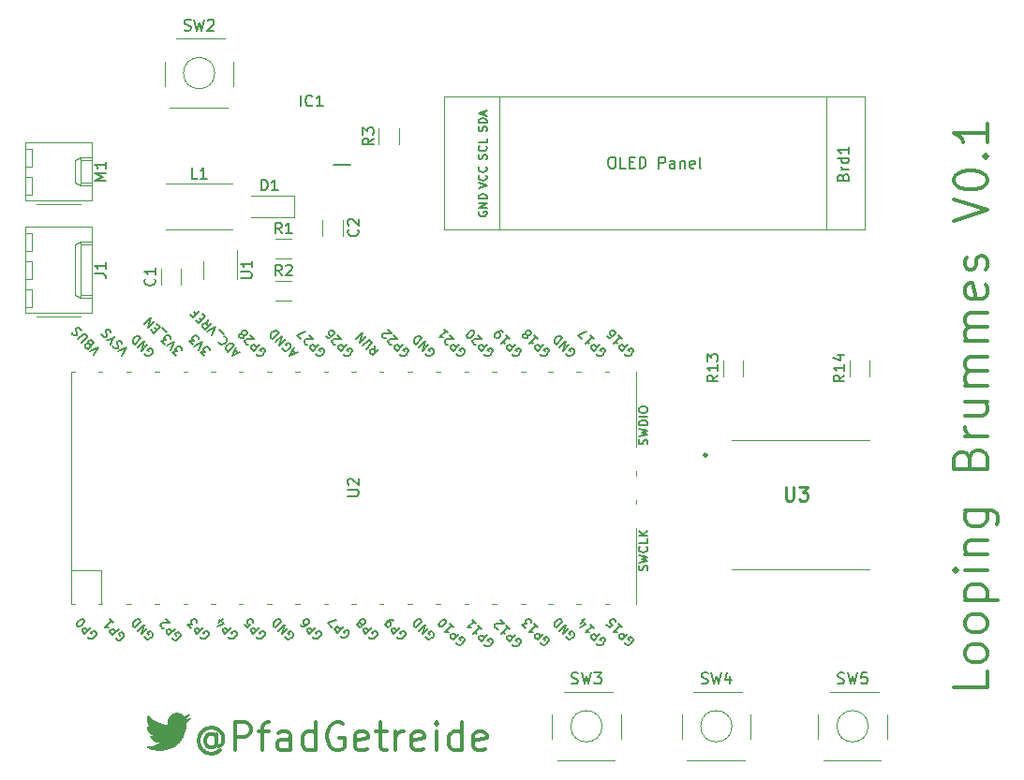
<source format=gbr>
%TF.GenerationSoftware,KiCad,Pcbnew,6.0.8-f2edbf62ab~116~ubuntu20.04.1*%
%TF.CreationDate,2022-10-13T01:59:19+02:00*%
%TF.ProjectId,Louie_for_Pico,4c6f7569-655f-4666-9f72-5f5069636f2e,rev?*%
%TF.SameCoordinates,Original*%
%TF.FileFunction,Legend,Top*%
%TF.FilePolarity,Positive*%
%FSLAX46Y46*%
G04 Gerber Fmt 4.6, Leading zero omitted, Abs format (unit mm)*
G04 Created by KiCad (PCBNEW 6.0.8-f2edbf62ab~116~ubuntu20.04.1) date 2022-10-13 01:59:19*
%MOMM*%
%LPD*%
G01*
G04 APERTURE LIST*
%ADD10C,0.300000*%
%ADD11C,0.330000*%
%ADD12C,0.150000*%
%ADD13C,0.254000*%
%ADD14C,0.120000*%
%ADD15C,0.040000*%
%ADD16C,0.100000*%
%ADD17C,0.200000*%
G04 APERTURE END LIST*
D10*
X99374952Y-110176476D02*
X99255904Y-110057428D01*
X99017809Y-109938380D01*
X98779714Y-109938380D01*
X98541619Y-110057428D01*
X98422571Y-110176476D01*
X98303523Y-110414571D01*
X98303523Y-110652666D01*
X98422571Y-110890761D01*
X98541619Y-111009809D01*
X98779714Y-111128857D01*
X99017809Y-111128857D01*
X99255904Y-111009809D01*
X99374952Y-110890761D01*
X99374952Y-109938380D02*
X99374952Y-110890761D01*
X99494000Y-111009809D01*
X99613047Y-111009809D01*
X99851142Y-110890761D01*
X99970190Y-110652666D01*
X99970190Y-110057428D01*
X99732095Y-109700285D01*
X99374952Y-109462190D01*
X98898761Y-109343142D01*
X98422571Y-109462190D01*
X98065428Y-109700285D01*
X97827333Y-110057428D01*
X97708285Y-110533619D01*
X97827333Y-111009809D01*
X98065428Y-111366952D01*
X98422571Y-111605047D01*
X98898761Y-111724095D01*
X99374952Y-111605047D01*
X99732095Y-111366952D01*
X101041619Y-111366952D02*
X101041619Y-108866952D01*
X101994000Y-108866952D01*
X102232095Y-108986000D01*
X102351142Y-109105047D01*
X102470190Y-109343142D01*
X102470190Y-109700285D01*
X102351142Y-109938380D01*
X102232095Y-110057428D01*
X101994000Y-110176476D01*
X101041619Y-110176476D01*
X103184476Y-109700285D02*
X104136857Y-109700285D01*
X103541619Y-111366952D02*
X103541619Y-109224095D01*
X103660666Y-108986000D01*
X103898761Y-108866952D01*
X104136857Y-108866952D01*
X106041619Y-111366952D02*
X106041619Y-110057428D01*
X105922571Y-109819333D01*
X105684476Y-109700285D01*
X105208285Y-109700285D01*
X104970190Y-109819333D01*
X106041619Y-111247904D02*
X105803523Y-111366952D01*
X105208285Y-111366952D01*
X104970190Y-111247904D01*
X104851142Y-111009809D01*
X104851142Y-110771714D01*
X104970190Y-110533619D01*
X105208285Y-110414571D01*
X105803523Y-110414571D01*
X106041619Y-110295523D01*
X108303523Y-111366952D02*
X108303523Y-108866952D01*
X108303523Y-111247904D02*
X108065428Y-111366952D01*
X107589238Y-111366952D01*
X107351142Y-111247904D01*
X107232095Y-111128857D01*
X107113047Y-110890761D01*
X107113047Y-110176476D01*
X107232095Y-109938380D01*
X107351142Y-109819333D01*
X107589238Y-109700285D01*
X108065428Y-109700285D01*
X108303523Y-109819333D01*
X110803523Y-108986000D02*
X110565428Y-108866952D01*
X110208285Y-108866952D01*
X109851142Y-108986000D01*
X109613047Y-109224095D01*
X109494000Y-109462190D01*
X109374952Y-109938380D01*
X109374952Y-110295523D01*
X109494000Y-110771714D01*
X109613047Y-111009809D01*
X109851142Y-111247904D01*
X110208285Y-111366952D01*
X110446380Y-111366952D01*
X110803523Y-111247904D01*
X110922571Y-111128857D01*
X110922571Y-110295523D01*
X110446380Y-110295523D01*
X112946380Y-111247904D02*
X112708285Y-111366952D01*
X112232095Y-111366952D01*
X111994000Y-111247904D01*
X111874952Y-111009809D01*
X111874952Y-110057428D01*
X111994000Y-109819333D01*
X112232095Y-109700285D01*
X112708285Y-109700285D01*
X112946380Y-109819333D01*
X113065428Y-110057428D01*
X113065428Y-110295523D01*
X111874952Y-110533619D01*
X113779714Y-109700285D02*
X114732095Y-109700285D01*
X114136857Y-108866952D02*
X114136857Y-111009809D01*
X114255904Y-111247904D01*
X114494000Y-111366952D01*
X114732095Y-111366952D01*
X115565428Y-111366952D02*
X115565428Y-109700285D01*
X115565428Y-110176476D02*
X115684476Y-109938380D01*
X115803523Y-109819333D01*
X116041619Y-109700285D01*
X116279714Y-109700285D01*
X118065428Y-111247904D02*
X117827333Y-111366952D01*
X117351142Y-111366952D01*
X117113047Y-111247904D01*
X116994000Y-111009809D01*
X116994000Y-110057428D01*
X117113047Y-109819333D01*
X117351142Y-109700285D01*
X117827333Y-109700285D01*
X118065428Y-109819333D01*
X118184476Y-110057428D01*
X118184476Y-110295523D01*
X116994000Y-110533619D01*
X119255904Y-111366952D02*
X119255904Y-109700285D01*
X119255904Y-108866952D02*
X119136857Y-108986000D01*
X119255904Y-109105047D01*
X119374952Y-108986000D01*
X119255904Y-108866952D01*
X119255904Y-109105047D01*
X121517809Y-111366952D02*
X121517809Y-108866952D01*
X121517809Y-111247904D02*
X121279714Y-111366952D01*
X120803523Y-111366952D01*
X120565428Y-111247904D01*
X120446380Y-111128857D01*
X120327333Y-110890761D01*
X120327333Y-110176476D01*
X120446380Y-109938380D01*
X120565428Y-109819333D01*
X120803523Y-109700285D01*
X121279714Y-109700285D01*
X121517809Y-109819333D01*
X123660666Y-111247904D02*
X123422571Y-111366952D01*
X122946380Y-111366952D01*
X122708285Y-111247904D01*
X122589238Y-111009809D01*
X122589238Y-110057428D01*
X122708285Y-109819333D01*
X122946380Y-109700285D01*
X123422571Y-109700285D01*
X123660666Y-109819333D01*
X123779714Y-110057428D01*
X123779714Y-110295523D01*
X122589238Y-110533619D01*
D11*
X168997142Y-104264000D02*
X168997142Y-105692571D01*
X165997142Y-105692571D01*
X168997142Y-102835428D02*
X168854285Y-103121142D01*
X168711428Y-103264000D01*
X168425714Y-103406857D01*
X167568571Y-103406857D01*
X167282857Y-103264000D01*
X167140000Y-103121142D01*
X166997142Y-102835428D01*
X166997142Y-102406857D01*
X167140000Y-102121142D01*
X167282857Y-101978285D01*
X167568571Y-101835428D01*
X168425714Y-101835428D01*
X168711428Y-101978285D01*
X168854285Y-102121142D01*
X168997142Y-102406857D01*
X168997142Y-102835428D01*
X168997142Y-100121142D02*
X168854285Y-100406857D01*
X168711428Y-100549714D01*
X168425714Y-100692571D01*
X167568571Y-100692571D01*
X167282857Y-100549714D01*
X167140000Y-100406857D01*
X166997142Y-100121142D01*
X166997142Y-99692571D01*
X167140000Y-99406857D01*
X167282857Y-99264000D01*
X167568571Y-99121142D01*
X168425714Y-99121142D01*
X168711428Y-99264000D01*
X168854285Y-99406857D01*
X168997142Y-99692571D01*
X168997142Y-100121142D01*
X166997142Y-97835428D02*
X169997142Y-97835428D01*
X167140000Y-97835428D02*
X166997142Y-97549714D01*
X166997142Y-96978285D01*
X167140000Y-96692571D01*
X167282857Y-96549714D01*
X167568571Y-96406857D01*
X168425714Y-96406857D01*
X168711428Y-96549714D01*
X168854285Y-96692571D01*
X168997142Y-96978285D01*
X168997142Y-97549714D01*
X168854285Y-97835428D01*
X168997142Y-95121142D02*
X166997142Y-95121142D01*
X165997142Y-95121142D02*
X166140000Y-95264000D01*
X166282857Y-95121142D01*
X166140000Y-94978285D01*
X165997142Y-95121142D01*
X166282857Y-95121142D01*
X166997142Y-93692571D02*
X168997142Y-93692571D01*
X167282857Y-93692571D02*
X167140000Y-93549714D01*
X166997142Y-93264000D01*
X166997142Y-92835428D01*
X167140000Y-92549714D01*
X167425714Y-92406857D01*
X168997142Y-92406857D01*
X166997142Y-89692571D02*
X169425714Y-89692571D01*
X169711428Y-89835428D01*
X169854285Y-89978285D01*
X169997142Y-90264000D01*
X169997142Y-90692571D01*
X169854285Y-90978285D01*
X168854285Y-89692571D02*
X168997142Y-89978285D01*
X168997142Y-90549714D01*
X168854285Y-90835428D01*
X168711428Y-90978285D01*
X168425714Y-91121142D01*
X167568571Y-91121142D01*
X167282857Y-90978285D01*
X167140000Y-90835428D01*
X166997142Y-90549714D01*
X166997142Y-89978285D01*
X167140000Y-89692571D01*
X167425714Y-84978285D02*
X167568571Y-84549714D01*
X167711428Y-84406857D01*
X167997142Y-84264000D01*
X168425714Y-84264000D01*
X168711428Y-84406857D01*
X168854285Y-84549714D01*
X168997142Y-84835428D01*
X168997142Y-85978285D01*
X165997142Y-85978285D01*
X165997142Y-84978285D01*
X166140000Y-84692571D01*
X166282857Y-84549714D01*
X166568571Y-84406857D01*
X166854285Y-84406857D01*
X167140000Y-84549714D01*
X167282857Y-84692571D01*
X167425714Y-84978285D01*
X167425714Y-85978285D01*
X168997142Y-82978285D02*
X166997142Y-82978285D01*
X167568571Y-82978285D02*
X167282857Y-82835428D01*
X167140000Y-82692571D01*
X166997142Y-82406857D01*
X166997142Y-82121142D01*
X166997142Y-79835428D02*
X168997142Y-79835428D01*
X166997142Y-81121142D02*
X168568571Y-81121142D01*
X168854285Y-80978285D01*
X168997142Y-80692571D01*
X168997142Y-80264000D01*
X168854285Y-79978285D01*
X168711428Y-79835428D01*
X168997142Y-78406857D02*
X166997142Y-78406857D01*
X167282857Y-78406857D02*
X167140000Y-78264000D01*
X166997142Y-77978285D01*
X166997142Y-77549714D01*
X167140000Y-77264000D01*
X167425714Y-77121142D01*
X168997142Y-77121142D01*
X167425714Y-77121142D02*
X167140000Y-76978285D01*
X166997142Y-76692571D01*
X166997142Y-76264000D01*
X167140000Y-75978285D01*
X167425714Y-75835428D01*
X168997142Y-75835428D01*
X168997142Y-74406857D02*
X166997142Y-74406857D01*
X167282857Y-74406857D02*
X167140000Y-74264000D01*
X166997142Y-73978285D01*
X166997142Y-73549714D01*
X167140000Y-73264000D01*
X167425714Y-73121142D01*
X168997142Y-73121142D01*
X167425714Y-73121142D02*
X167140000Y-72978285D01*
X166997142Y-72692571D01*
X166997142Y-72264000D01*
X167140000Y-71978285D01*
X167425714Y-71835428D01*
X168997142Y-71835428D01*
X168854285Y-69264000D02*
X168997142Y-69549714D01*
X168997142Y-70121142D01*
X168854285Y-70406857D01*
X168568571Y-70549714D01*
X167425714Y-70549714D01*
X167140000Y-70406857D01*
X166997142Y-70121142D01*
X166997142Y-69549714D01*
X167140000Y-69264000D01*
X167425714Y-69121142D01*
X167711428Y-69121142D01*
X167997142Y-70549714D01*
X168854285Y-67978285D02*
X168997142Y-67692571D01*
X168997142Y-67121142D01*
X168854285Y-66835428D01*
X168568571Y-66692571D01*
X168425714Y-66692571D01*
X168140000Y-66835428D01*
X167997142Y-67121142D01*
X167997142Y-67549714D01*
X167854285Y-67835428D01*
X167568571Y-67978285D01*
X167425714Y-67978285D01*
X167140000Y-67835428D01*
X166997142Y-67549714D01*
X166997142Y-67121142D01*
X167140000Y-66835428D01*
X165997142Y-63549714D02*
X168997142Y-62549714D01*
X165997142Y-61549714D01*
X165997142Y-59978285D02*
X165997142Y-59692571D01*
X166140000Y-59406857D01*
X166282857Y-59264000D01*
X166568571Y-59121142D01*
X167140000Y-58978285D01*
X167854285Y-58978285D01*
X168425714Y-59121142D01*
X168711428Y-59264000D01*
X168854285Y-59406857D01*
X168997142Y-59692571D01*
X168997142Y-59978285D01*
X168854285Y-60264000D01*
X168711428Y-60406857D01*
X168425714Y-60549714D01*
X167854285Y-60692571D01*
X167140000Y-60692571D01*
X166568571Y-60549714D01*
X166282857Y-60406857D01*
X166140000Y-60264000D01*
X165997142Y-59978285D01*
X168711428Y-57692571D02*
X168854285Y-57549714D01*
X168997142Y-57692571D01*
X168854285Y-57835428D01*
X168711428Y-57692571D01*
X168997142Y-57692571D01*
X168997142Y-54692571D02*
X168997142Y-56406857D01*
X168997142Y-55549714D02*
X165997142Y-55549714D01*
X166425714Y-55835428D01*
X166711428Y-56121142D01*
X166854285Y-56406857D01*
D12*
%TO.C,R14*%
X156112380Y-77477857D02*
X155636190Y-77811190D01*
X156112380Y-78049285D02*
X155112380Y-78049285D01*
X155112380Y-77668333D01*
X155160000Y-77573095D01*
X155207619Y-77525476D01*
X155302857Y-77477857D01*
X155445714Y-77477857D01*
X155540952Y-77525476D01*
X155588571Y-77573095D01*
X155636190Y-77668333D01*
X155636190Y-78049285D01*
X156112380Y-76525476D02*
X156112380Y-77096904D01*
X156112380Y-76811190D02*
X155112380Y-76811190D01*
X155255238Y-76906428D01*
X155350476Y-77001666D01*
X155398095Y-77096904D01*
X155445714Y-75668333D02*
X156112380Y-75668333D01*
X155064761Y-75906428D02*
X155779047Y-76144523D01*
X155779047Y-75525476D01*
%TO.C,C2*%
X112117142Y-64301666D02*
X112164761Y-64349285D01*
X112212380Y-64492142D01*
X112212380Y-64587380D01*
X112164761Y-64730238D01*
X112069523Y-64825476D01*
X111974285Y-64873095D01*
X111783809Y-64920714D01*
X111640952Y-64920714D01*
X111450476Y-64873095D01*
X111355238Y-64825476D01*
X111260000Y-64730238D01*
X111212380Y-64587380D01*
X111212380Y-64492142D01*
X111260000Y-64349285D01*
X111307619Y-64301666D01*
X111307619Y-63920714D02*
X111260000Y-63873095D01*
X111212380Y-63777857D01*
X111212380Y-63539761D01*
X111260000Y-63444523D01*
X111307619Y-63396904D01*
X111402857Y-63349285D01*
X111498095Y-63349285D01*
X111640952Y-63396904D01*
X112212380Y-63968333D01*
X112212380Y-63349285D01*
%TO.C,SW3*%
X131456666Y-105324761D02*
X131599523Y-105372380D01*
X131837619Y-105372380D01*
X131932857Y-105324761D01*
X131980476Y-105277142D01*
X132028095Y-105181904D01*
X132028095Y-105086666D01*
X131980476Y-104991428D01*
X131932857Y-104943809D01*
X131837619Y-104896190D01*
X131647142Y-104848571D01*
X131551904Y-104800952D01*
X131504285Y-104753333D01*
X131456666Y-104658095D01*
X131456666Y-104562857D01*
X131504285Y-104467619D01*
X131551904Y-104420000D01*
X131647142Y-104372380D01*
X131885238Y-104372380D01*
X132028095Y-104420000D01*
X132361428Y-104372380D02*
X132599523Y-105372380D01*
X132790000Y-104658095D01*
X132980476Y-105372380D01*
X133218571Y-104372380D01*
X133504285Y-104372380D02*
X134123333Y-104372380D01*
X133790000Y-104753333D01*
X133932857Y-104753333D01*
X134028095Y-104800952D01*
X134075714Y-104848571D01*
X134123333Y-104943809D01*
X134123333Y-105181904D01*
X134075714Y-105277142D01*
X134028095Y-105324761D01*
X133932857Y-105372380D01*
X133647142Y-105372380D01*
X133551904Y-105324761D01*
X133504285Y-105277142D01*
%TO.C,Brd1*%
X155978571Y-59561666D02*
X156026190Y-59418809D01*
X156073809Y-59371190D01*
X156169047Y-59323571D01*
X156311904Y-59323571D01*
X156407142Y-59371190D01*
X156454761Y-59418809D01*
X156502380Y-59514047D01*
X156502380Y-59895000D01*
X155502380Y-59895000D01*
X155502380Y-59561666D01*
X155550000Y-59466428D01*
X155597619Y-59418809D01*
X155692857Y-59371190D01*
X155788095Y-59371190D01*
X155883333Y-59418809D01*
X155930952Y-59466428D01*
X155978571Y-59561666D01*
X155978571Y-59895000D01*
X156502380Y-58895000D02*
X155835714Y-58895000D01*
X156026190Y-58895000D02*
X155930952Y-58847380D01*
X155883333Y-58799761D01*
X155835714Y-58704523D01*
X155835714Y-58609285D01*
X156502380Y-57847380D02*
X155502380Y-57847380D01*
X156454761Y-57847380D02*
X156502380Y-57942619D01*
X156502380Y-58133095D01*
X156454761Y-58228333D01*
X156407142Y-58275952D01*
X156311904Y-58323571D01*
X156026190Y-58323571D01*
X155930952Y-58275952D01*
X155883333Y-58228333D01*
X155835714Y-58133095D01*
X155835714Y-57942619D01*
X155883333Y-57847380D01*
X156502380Y-56847380D02*
X156502380Y-57418809D01*
X156502380Y-57133095D02*
X155502380Y-57133095D01*
X155645238Y-57228333D01*
X155740476Y-57323571D01*
X155788095Y-57418809D01*
X123075000Y-62686428D02*
X123039285Y-62757857D01*
X123039285Y-62865000D01*
X123075000Y-62972142D01*
X123146428Y-63043571D01*
X123217857Y-63079285D01*
X123360714Y-63115000D01*
X123467857Y-63115000D01*
X123610714Y-63079285D01*
X123682142Y-63043571D01*
X123753571Y-62972142D01*
X123789285Y-62865000D01*
X123789285Y-62793571D01*
X123753571Y-62686428D01*
X123717857Y-62650714D01*
X123467857Y-62650714D01*
X123467857Y-62793571D01*
X123789285Y-62329285D02*
X123039285Y-62329285D01*
X123789285Y-61900714D01*
X123039285Y-61900714D01*
X123789285Y-61543571D02*
X123039285Y-61543571D01*
X123039285Y-61365000D01*
X123075000Y-61257857D01*
X123146428Y-61186428D01*
X123217857Y-61150714D01*
X123360714Y-61115000D01*
X123467857Y-61115000D01*
X123610714Y-61150714D01*
X123682142Y-61186428D01*
X123753571Y-61257857D01*
X123789285Y-61365000D01*
X123789285Y-61543571D01*
X123753571Y-57927857D02*
X123789285Y-57820714D01*
X123789285Y-57642142D01*
X123753571Y-57570714D01*
X123717857Y-57535000D01*
X123646428Y-57499285D01*
X123575000Y-57499285D01*
X123503571Y-57535000D01*
X123467857Y-57570714D01*
X123432142Y-57642142D01*
X123396428Y-57785000D01*
X123360714Y-57856428D01*
X123325000Y-57892142D01*
X123253571Y-57927857D01*
X123182142Y-57927857D01*
X123110714Y-57892142D01*
X123075000Y-57856428D01*
X123039285Y-57785000D01*
X123039285Y-57606428D01*
X123075000Y-57499285D01*
X123717857Y-56749285D02*
X123753571Y-56785000D01*
X123789285Y-56892142D01*
X123789285Y-56963571D01*
X123753571Y-57070714D01*
X123682142Y-57142142D01*
X123610714Y-57177857D01*
X123467857Y-57213571D01*
X123360714Y-57213571D01*
X123217857Y-57177857D01*
X123146428Y-57142142D01*
X123075000Y-57070714D01*
X123039285Y-56963571D01*
X123039285Y-56892142D01*
X123075000Y-56785000D01*
X123110714Y-56749285D01*
X123789285Y-56070714D02*
X123789285Y-56427857D01*
X123039285Y-56427857D01*
X135021428Y-57757380D02*
X135211904Y-57757380D01*
X135307142Y-57805000D01*
X135402380Y-57900238D01*
X135450000Y-58090714D01*
X135450000Y-58424047D01*
X135402380Y-58614523D01*
X135307142Y-58709761D01*
X135211904Y-58757380D01*
X135021428Y-58757380D01*
X134926190Y-58709761D01*
X134830952Y-58614523D01*
X134783333Y-58424047D01*
X134783333Y-58090714D01*
X134830952Y-57900238D01*
X134926190Y-57805000D01*
X135021428Y-57757380D01*
X136354761Y-58757380D02*
X135878571Y-58757380D01*
X135878571Y-57757380D01*
X136688095Y-58233571D02*
X137021428Y-58233571D01*
X137164285Y-58757380D02*
X136688095Y-58757380D01*
X136688095Y-57757380D01*
X137164285Y-57757380D01*
X137592857Y-58757380D02*
X137592857Y-57757380D01*
X137830952Y-57757380D01*
X137973809Y-57805000D01*
X138069047Y-57900238D01*
X138116666Y-57995476D01*
X138164285Y-58185952D01*
X138164285Y-58328809D01*
X138116666Y-58519285D01*
X138069047Y-58614523D01*
X137973809Y-58709761D01*
X137830952Y-58757380D01*
X137592857Y-58757380D01*
X139354761Y-58757380D02*
X139354761Y-57757380D01*
X139735714Y-57757380D01*
X139830952Y-57805000D01*
X139878571Y-57852619D01*
X139926190Y-57947857D01*
X139926190Y-58090714D01*
X139878571Y-58185952D01*
X139830952Y-58233571D01*
X139735714Y-58281190D01*
X139354761Y-58281190D01*
X140783333Y-58757380D02*
X140783333Y-58233571D01*
X140735714Y-58138333D01*
X140640476Y-58090714D01*
X140450000Y-58090714D01*
X140354761Y-58138333D01*
X140783333Y-58709761D02*
X140688095Y-58757380D01*
X140450000Y-58757380D01*
X140354761Y-58709761D01*
X140307142Y-58614523D01*
X140307142Y-58519285D01*
X140354761Y-58424047D01*
X140450000Y-58376428D01*
X140688095Y-58376428D01*
X140783333Y-58328809D01*
X141259523Y-58090714D02*
X141259523Y-58757380D01*
X141259523Y-58185952D02*
X141307142Y-58138333D01*
X141402380Y-58090714D01*
X141545238Y-58090714D01*
X141640476Y-58138333D01*
X141688095Y-58233571D01*
X141688095Y-58757380D01*
X142545238Y-58709761D02*
X142450000Y-58757380D01*
X142259523Y-58757380D01*
X142164285Y-58709761D01*
X142116666Y-58614523D01*
X142116666Y-58233571D01*
X142164285Y-58138333D01*
X142259523Y-58090714D01*
X142450000Y-58090714D01*
X142545238Y-58138333D01*
X142592857Y-58233571D01*
X142592857Y-58328809D01*
X142116666Y-58424047D01*
X143164285Y-58757380D02*
X143069047Y-58709761D01*
X143021428Y-58614523D01*
X143021428Y-57757380D01*
X123039285Y-60575000D02*
X123789285Y-60325000D01*
X123039285Y-60075000D01*
X123717857Y-59396428D02*
X123753571Y-59432142D01*
X123789285Y-59539285D01*
X123789285Y-59610714D01*
X123753571Y-59717857D01*
X123682142Y-59789285D01*
X123610714Y-59825000D01*
X123467857Y-59860714D01*
X123360714Y-59860714D01*
X123217857Y-59825000D01*
X123146428Y-59789285D01*
X123075000Y-59717857D01*
X123039285Y-59610714D01*
X123039285Y-59539285D01*
X123075000Y-59432142D01*
X123110714Y-59396428D01*
X123717857Y-58646428D02*
X123753571Y-58682142D01*
X123789285Y-58789285D01*
X123789285Y-58860714D01*
X123753571Y-58967857D01*
X123682142Y-59039285D01*
X123610714Y-59075000D01*
X123467857Y-59110714D01*
X123360714Y-59110714D01*
X123217857Y-59075000D01*
X123146428Y-59039285D01*
X123075000Y-58967857D01*
X123039285Y-58860714D01*
X123039285Y-58789285D01*
X123075000Y-58682142D01*
X123110714Y-58646428D01*
X123753571Y-55405714D02*
X123789285Y-55298571D01*
X123789285Y-55120000D01*
X123753571Y-55048571D01*
X123717857Y-55012857D01*
X123646428Y-54977142D01*
X123575000Y-54977142D01*
X123503571Y-55012857D01*
X123467857Y-55048571D01*
X123432142Y-55120000D01*
X123396428Y-55262857D01*
X123360714Y-55334285D01*
X123325000Y-55370000D01*
X123253571Y-55405714D01*
X123182142Y-55405714D01*
X123110714Y-55370000D01*
X123075000Y-55334285D01*
X123039285Y-55262857D01*
X123039285Y-55084285D01*
X123075000Y-54977142D01*
X123789285Y-54655714D02*
X123039285Y-54655714D01*
X123039285Y-54477142D01*
X123075000Y-54370000D01*
X123146428Y-54298571D01*
X123217857Y-54262857D01*
X123360714Y-54227142D01*
X123467857Y-54227142D01*
X123610714Y-54262857D01*
X123682142Y-54298571D01*
X123753571Y-54370000D01*
X123789285Y-54477142D01*
X123789285Y-54655714D01*
X123575000Y-53941428D02*
X123575000Y-53584285D01*
X123789285Y-54012857D02*
X123039285Y-53762857D01*
X123789285Y-53512857D01*
%TO.C,*%
%TO.C,R13*%
X144682380Y-77477857D02*
X144206190Y-77811190D01*
X144682380Y-78049285D02*
X143682380Y-78049285D01*
X143682380Y-77668333D01*
X143730000Y-77573095D01*
X143777619Y-77525476D01*
X143872857Y-77477857D01*
X144015714Y-77477857D01*
X144110952Y-77525476D01*
X144158571Y-77573095D01*
X144206190Y-77668333D01*
X144206190Y-78049285D01*
X144682380Y-76525476D02*
X144682380Y-77096904D01*
X144682380Y-76811190D02*
X143682380Y-76811190D01*
X143825238Y-76906428D01*
X143920476Y-77001666D01*
X143968095Y-77096904D01*
X143682380Y-76192142D02*
X143682380Y-75573095D01*
X144063333Y-75906428D01*
X144063333Y-75763571D01*
X144110952Y-75668333D01*
X144158571Y-75620714D01*
X144253809Y-75573095D01*
X144491904Y-75573095D01*
X144587142Y-75620714D01*
X144634761Y-75668333D01*
X144682380Y-75763571D01*
X144682380Y-76049285D01*
X144634761Y-76144523D01*
X144587142Y-76192142D01*
%TO.C,C1*%
X93757142Y-68746666D02*
X93804761Y-68794285D01*
X93852380Y-68937142D01*
X93852380Y-69032380D01*
X93804761Y-69175238D01*
X93709523Y-69270476D01*
X93614285Y-69318095D01*
X93423809Y-69365714D01*
X93280952Y-69365714D01*
X93090476Y-69318095D01*
X92995238Y-69270476D01*
X92900000Y-69175238D01*
X92852380Y-69032380D01*
X92852380Y-68937142D01*
X92900000Y-68794285D01*
X92947619Y-68746666D01*
X93852380Y-67794285D02*
X93852380Y-68365714D01*
X93852380Y-68080000D02*
X92852380Y-68080000D01*
X92995238Y-68175238D01*
X93090476Y-68270476D01*
X93138095Y-68365714D01*
D13*
%TO.C,U3*%
X150797380Y-87569523D02*
X150797380Y-88597619D01*
X150857857Y-88718571D01*
X150918333Y-88779047D01*
X151039285Y-88839523D01*
X151281190Y-88839523D01*
X151402142Y-88779047D01*
X151462619Y-88718571D01*
X151523095Y-88597619D01*
X151523095Y-87569523D01*
X152006904Y-87569523D02*
X152793095Y-87569523D01*
X152369761Y-88053333D01*
X152551190Y-88053333D01*
X152672142Y-88113809D01*
X152732619Y-88174285D01*
X152793095Y-88295238D01*
X152793095Y-88597619D01*
X152732619Y-88718571D01*
X152672142Y-88779047D01*
X152551190Y-88839523D01*
X152188333Y-88839523D01*
X152067380Y-88779047D01*
X152006904Y-88718571D01*
D12*
%TO.C,IC1*%
X106973809Y-53157380D02*
X106973809Y-52157380D01*
X108021428Y-53062142D02*
X107973809Y-53109761D01*
X107830952Y-53157380D01*
X107735714Y-53157380D01*
X107592857Y-53109761D01*
X107497619Y-53014523D01*
X107450000Y-52919285D01*
X107402380Y-52728809D01*
X107402380Y-52585952D01*
X107450000Y-52395476D01*
X107497619Y-52300238D01*
X107592857Y-52205000D01*
X107735714Y-52157380D01*
X107830952Y-52157380D01*
X107973809Y-52205000D01*
X108021428Y-52252619D01*
X108973809Y-53157380D02*
X108402380Y-53157380D01*
X108688095Y-53157380D02*
X108688095Y-52157380D01*
X108592857Y-52300238D01*
X108497619Y-52395476D01*
X108402380Y-52443095D01*
%TO.C,D1*%
X103401904Y-60777380D02*
X103401904Y-59777380D01*
X103640000Y-59777380D01*
X103782857Y-59825000D01*
X103878095Y-59920238D01*
X103925714Y-60015476D01*
X103973333Y-60205952D01*
X103973333Y-60348809D01*
X103925714Y-60539285D01*
X103878095Y-60634523D01*
X103782857Y-60729761D01*
X103640000Y-60777380D01*
X103401904Y-60777380D01*
X104925714Y-60777380D02*
X104354285Y-60777380D01*
X104640000Y-60777380D02*
X104640000Y-59777380D01*
X104544761Y-59920238D01*
X104449523Y-60015476D01*
X104354285Y-60063095D01*
%TO.C,R1*%
X105243333Y-64672380D02*
X104910000Y-64196190D01*
X104671904Y-64672380D02*
X104671904Y-63672380D01*
X105052857Y-63672380D01*
X105148095Y-63720000D01*
X105195714Y-63767619D01*
X105243333Y-63862857D01*
X105243333Y-64005714D01*
X105195714Y-64100952D01*
X105148095Y-64148571D01*
X105052857Y-64196190D01*
X104671904Y-64196190D01*
X106195714Y-64672380D02*
X105624285Y-64672380D01*
X105910000Y-64672380D02*
X105910000Y-63672380D01*
X105814761Y-63815238D01*
X105719523Y-63910476D01*
X105624285Y-63958095D01*
%TO.C,R3*%
X113567380Y-56046666D02*
X113091190Y-56380000D01*
X113567380Y-56618095D02*
X112567380Y-56618095D01*
X112567380Y-56237142D01*
X112615000Y-56141904D01*
X112662619Y-56094285D01*
X112757857Y-56046666D01*
X112900714Y-56046666D01*
X112995952Y-56094285D01*
X113043571Y-56141904D01*
X113091190Y-56237142D01*
X113091190Y-56618095D01*
X112567380Y-55713333D02*
X112567380Y-55094285D01*
X112948333Y-55427619D01*
X112948333Y-55284761D01*
X112995952Y-55189523D01*
X113043571Y-55141904D01*
X113138809Y-55094285D01*
X113376904Y-55094285D01*
X113472142Y-55141904D01*
X113519761Y-55189523D01*
X113567380Y-55284761D01*
X113567380Y-55570476D01*
X113519761Y-55665714D01*
X113472142Y-55713333D01*
%TO.C,L1*%
X97623333Y-59682380D02*
X97147142Y-59682380D01*
X97147142Y-58682380D01*
X98480476Y-59682380D02*
X97909047Y-59682380D01*
X98194761Y-59682380D02*
X98194761Y-58682380D01*
X98099523Y-58825238D01*
X98004285Y-58920476D01*
X97909047Y-58968095D01*
%TO.C,J1*%
X88352380Y-68278333D02*
X89066666Y-68278333D01*
X89209523Y-68325952D01*
X89304761Y-68421190D01*
X89352380Y-68564047D01*
X89352380Y-68659285D01*
X89352380Y-67278333D02*
X89352380Y-67849761D01*
X89352380Y-67564047D02*
X88352380Y-67564047D01*
X88495238Y-67659285D01*
X88590476Y-67754523D01*
X88638095Y-67849761D01*
%TO.C,SW5*%
X155511666Y-105324761D02*
X155654523Y-105372380D01*
X155892619Y-105372380D01*
X155987857Y-105324761D01*
X156035476Y-105277142D01*
X156083095Y-105181904D01*
X156083095Y-105086666D01*
X156035476Y-104991428D01*
X155987857Y-104943809D01*
X155892619Y-104896190D01*
X155702142Y-104848571D01*
X155606904Y-104800952D01*
X155559285Y-104753333D01*
X155511666Y-104658095D01*
X155511666Y-104562857D01*
X155559285Y-104467619D01*
X155606904Y-104420000D01*
X155702142Y-104372380D01*
X155940238Y-104372380D01*
X156083095Y-104420000D01*
X156416428Y-104372380D02*
X156654523Y-105372380D01*
X156845000Y-104658095D01*
X157035476Y-105372380D01*
X157273571Y-104372380D01*
X158130714Y-104372380D02*
X157654523Y-104372380D01*
X157606904Y-104848571D01*
X157654523Y-104800952D01*
X157749761Y-104753333D01*
X157987857Y-104753333D01*
X158083095Y-104800952D01*
X158130714Y-104848571D01*
X158178333Y-104943809D01*
X158178333Y-105181904D01*
X158130714Y-105277142D01*
X158083095Y-105324761D01*
X157987857Y-105372380D01*
X157749761Y-105372380D01*
X157654523Y-105324761D01*
X157606904Y-105277142D01*
%TO.C,U2*%
X111212380Y-88391904D02*
X112021904Y-88391904D01*
X112117142Y-88344285D01*
X112164761Y-88296666D01*
X112212380Y-88201428D01*
X112212380Y-88010952D01*
X112164761Y-87915714D01*
X112117142Y-87868095D01*
X112021904Y-87820476D01*
X111212380Y-87820476D01*
X111307619Y-87391904D02*
X111260000Y-87344285D01*
X111212380Y-87249047D01*
X111212380Y-87010952D01*
X111260000Y-86915714D01*
X111307619Y-86868095D01*
X111402857Y-86820476D01*
X111498095Y-86820476D01*
X111640952Y-86868095D01*
X112212380Y-87439523D01*
X112212380Y-86820476D01*
X105558155Y-101143841D02*
X105585093Y-101224653D01*
X105665905Y-101305465D01*
X105773654Y-101359340D01*
X105881404Y-101359340D01*
X105962216Y-101332402D01*
X106096903Y-101251590D01*
X106177715Y-101170778D01*
X106258528Y-101036091D01*
X106285465Y-100955279D01*
X106285465Y-100847529D01*
X106231590Y-100739780D01*
X106177715Y-100685905D01*
X106069966Y-100632030D01*
X106016091Y-100632030D01*
X105827529Y-100820592D01*
X105935279Y-100928341D01*
X105827529Y-100335719D02*
X105261844Y-100901404D01*
X105504280Y-100012470D01*
X104938595Y-100578155D01*
X105234906Y-99743096D02*
X104669221Y-100308781D01*
X104534534Y-100174094D01*
X104480659Y-100066345D01*
X104480659Y-99958595D01*
X104507597Y-99877783D01*
X104588409Y-99743096D01*
X104669221Y-99662284D01*
X104803908Y-99581471D01*
X104884720Y-99554534D01*
X104992470Y-99554534D01*
X105100219Y-99608409D01*
X105234906Y-99743096D01*
X136280592Y-75532277D02*
X136307529Y-75613089D01*
X136388341Y-75693902D01*
X136496091Y-75747776D01*
X136603841Y-75747776D01*
X136684653Y-75720839D01*
X136819340Y-75640027D01*
X136900152Y-75559215D01*
X136980964Y-75424528D01*
X137007902Y-75343715D01*
X137007902Y-75235966D01*
X136954027Y-75128216D01*
X136900152Y-75074341D01*
X136792402Y-75020467D01*
X136738528Y-75020467D01*
X136549966Y-75209028D01*
X136657715Y-75316778D01*
X136549966Y-74724155D02*
X135984280Y-75289841D01*
X135768781Y-75074341D01*
X135741844Y-74993529D01*
X135741844Y-74939654D01*
X135768781Y-74858842D01*
X135849593Y-74778030D01*
X135930406Y-74751093D01*
X135984280Y-74751093D01*
X136065093Y-74778030D01*
X136280592Y-74993529D01*
X135687969Y-73862158D02*
X136011218Y-74185407D01*
X135849593Y-74023783D02*
X135283908Y-74589468D01*
X135418595Y-74562531D01*
X135526345Y-74562531D01*
X135607157Y-74589468D01*
X134637410Y-73942971D02*
X134745160Y-74050720D01*
X134825972Y-74077658D01*
X134879847Y-74077658D01*
X135014534Y-74050720D01*
X135149221Y-73969908D01*
X135364720Y-73754409D01*
X135391658Y-73673597D01*
X135391658Y-73619722D01*
X135364720Y-73538910D01*
X135256971Y-73431160D01*
X135176158Y-73404223D01*
X135122284Y-73404223D01*
X135041471Y-73431160D01*
X134906784Y-73565847D01*
X134879847Y-73646659D01*
X134879847Y-73700534D01*
X134906784Y-73781346D01*
X135014534Y-73889096D01*
X135095346Y-73916033D01*
X135149221Y-73916033D01*
X135230033Y-73889096D01*
X106500964Y-75478402D02*
X106231590Y-75209028D01*
X106716463Y-75370653D02*
X105962216Y-75747776D01*
X106339340Y-74993529D01*
X105315719Y-75047404D02*
X105342656Y-75128216D01*
X105423468Y-75209028D01*
X105531218Y-75262903D01*
X105638967Y-75262903D01*
X105719780Y-75235966D01*
X105854467Y-75155154D01*
X105935279Y-75074341D01*
X106016091Y-74939654D01*
X106043028Y-74858842D01*
X106043028Y-74751093D01*
X105989154Y-74643343D01*
X105935279Y-74589468D01*
X105827529Y-74535593D01*
X105773654Y-74535593D01*
X105585093Y-74724155D01*
X105692842Y-74831905D01*
X105585093Y-74239282D02*
X105019407Y-74804967D01*
X105261844Y-73916033D01*
X104696158Y-74481719D01*
X104992470Y-73646659D02*
X104426784Y-74212345D01*
X104292097Y-74077658D01*
X104238223Y-73969908D01*
X104238223Y-73862158D01*
X104265160Y-73781346D01*
X104345972Y-73646659D01*
X104426784Y-73565847D01*
X104561471Y-73485035D01*
X104642284Y-73458097D01*
X104750033Y-73458097D01*
X104857783Y-73511972D01*
X104992470Y-73646659D01*
X95718308Y-75707868D02*
X95368122Y-75357682D01*
X95772183Y-75330744D01*
X95691370Y-75249932D01*
X95664433Y-75169120D01*
X95664433Y-75115245D01*
X95691370Y-75034433D01*
X95826057Y-74899746D01*
X95906870Y-74872809D01*
X95960744Y-74872809D01*
X96041557Y-74899746D01*
X96203181Y-75061370D01*
X96230118Y-75142183D01*
X96230118Y-75196057D01*
X95206497Y-75196057D02*
X95583621Y-74441810D01*
X94829374Y-74818934D01*
X94694687Y-74684247D02*
X94344500Y-74334061D01*
X94748561Y-74307123D01*
X94667749Y-74226311D01*
X94640812Y-74145499D01*
X94640812Y-74091624D01*
X94667749Y-74010812D01*
X94802436Y-73876125D01*
X94883248Y-73849187D01*
X94937123Y-73849187D01*
X95017935Y-73876125D01*
X95179560Y-74037749D01*
X95206497Y-74118561D01*
X95206497Y-74172436D01*
X94856311Y-73606751D02*
X94425312Y-73175752D01*
X93940439Y-73391251D02*
X93751877Y-73202690D01*
X93967377Y-72825566D02*
X94236751Y-73094940D01*
X93671065Y-73660625D01*
X93401691Y-73391251D01*
X93724940Y-72583129D02*
X93159255Y-73148815D01*
X93401691Y-72259881D01*
X92836006Y-72825566D01*
X113703435Y-74791624D02*
X113622622Y-75249560D01*
X114026683Y-75114873D02*
X113460998Y-75680558D01*
X113245499Y-75465059D01*
X113218561Y-75384247D01*
X113218561Y-75330372D01*
X113245499Y-75249560D01*
X113326311Y-75168748D01*
X113407123Y-75141810D01*
X113460998Y-75141810D01*
X113541810Y-75168748D01*
X113757309Y-75384247D01*
X112895312Y-75114873D02*
X113353248Y-74656937D01*
X113380186Y-74576125D01*
X113380186Y-74522250D01*
X113353248Y-74441438D01*
X113245499Y-74333688D01*
X113164687Y-74306751D01*
X113110812Y-74306751D01*
X113030000Y-74333688D01*
X112572064Y-74791624D01*
X112868375Y-73956564D02*
X112302690Y-74522250D01*
X112545126Y-73633316D01*
X111979441Y-74199001D01*
X128660592Y-75532277D02*
X128687529Y-75613089D01*
X128768341Y-75693902D01*
X128876091Y-75747776D01*
X128983841Y-75747776D01*
X129064653Y-75720839D01*
X129199340Y-75640027D01*
X129280152Y-75559215D01*
X129360964Y-75424528D01*
X129387902Y-75343715D01*
X129387902Y-75235966D01*
X129334027Y-75128216D01*
X129280152Y-75074341D01*
X129172402Y-75020467D01*
X129118528Y-75020467D01*
X128929966Y-75209028D01*
X129037715Y-75316778D01*
X128929966Y-74724155D02*
X128364280Y-75289841D01*
X128148781Y-75074341D01*
X128121844Y-74993529D01*
X128121844Y-74939654D01*
X128148781Y-74858842D01*
X128229593Y-74778030D01*
X128310406Y-74751093D01*
X128364280Y-74751093D01*
X128445093Y-74778030D01*
X128660592Y-74993529D01*
X128067969Y-73862158D02*
X128391218Y-74185407D01*
X128229593Y-74023783D02*
X127663908Y-74589468D01*
X127798595Y-74562531D01*
X127906345Y-74562531D01*
X127987157Y-74589468D01*
X127421471Y-73862158D02*
X127448409Y-73942971D01*
X127448409Y-73996845D01*
X127421471Y-74077658D01*
X127394534Y-74104595D01*
X127313722Y-74131532D01*
X127259847Y-74131532D01*
X127179035Y-74104595D01*
X127071285Y-73996845D01*
X127044348Y-73916033D01*
X127044348Y-73862158D01*
X127071285Y-73781346D01*
X127098223Y-73754409D01*
X127179035Y-73727471D01*
X127232910Y-73727471D01*
X127313722Y-73754409D01*
X127421471Y-73862158D01*
X127502284Y-73889096D01*
X127556158Y-73889096D01*
X127636971Y-73862158D01*
X127744720Y-73754409D01*
X127771658Y-73673597D01*
X127771658Y-73619722D01*
X127744720Y-73538910D01*
X127636971Y-73431160D01*
X127556158Y-73404223D01*
X127502284Y-73404223D01*
X127421471Y-73431160D01*
X127313722Y-73538910D01*
X127286784Y-73619722D01*
X127286784Y-73673597D01*
X127313722Y-73754409D01*
X90829966Y-75709526D02*
X91207089Y-74955279D01*
X90452842Y-75332402D01*
X90829966Y-74632030D02*
X90776091Y-74524280D01*
X90641404Y-74389593D01*
X90560592Y-74362656D01*
X90506717Y-74362656D01*
X90425905Y-74389593D01*
X90372030Y-74443468D01*
X90345093Y-74524280D01*
X90345093Y-74578155D01*
X90372030Y-74658967D01*
X90452842Y-74793654D01*
X90479780Y-74874467D01*
X90479780Y-74928341D01*
X90452842Y-75009154D01*
X90398967Y-75063028D01*
X90318155Y-75089966D01*
X90264280Y-75089966D01*
X90183468Y-75063028D01*
X90048781Y-74928341D01*
X89994906Y-74820592D01*
X89914094Y-74201032D02*
X90183468Y-73931658D01*
X89806345Y-74685905D02*
X89914094Y-74201032D01*
X89429221Y-74308781D01*
X89806345Y-73608409D02*
X89752470Y-73500659D01*
X89617783Y-73365972D01*
X89536971Y-73339035D01*
X89483096Y-73339035D01*
X89402284Y-73365972D01*
X89348409Y-73419847D01*
X89321471Y-73500659D01*
X89321471Y-73554534D01*
X89348409Y-73635346D01*
X89429221Y-73770033D01*
X89456158Y-73850845D01*
X89456158Y-73904720D01*
X89429221Y-73985532D01*
X89375346Y-74039407D01*
X89294534Y-74066345D01*
X89240659Y-74066345D01*
X89159847Y-74039407D01*
X89025160Y-73904720D01*
X88971285Y-73796971D01*
X87751218Y-101116903D02*
X87778155Y-101197715D01*
X87858967Y-101278528D01*
X87966717Y-101332402D01*
X88074467Y-101332402D01*
X88155279Y-101305465D01*
X88289966Y-101224653D01*
X88370778Y-101143841D01*
X88451590Y-101009154D01*
X88478528Y-100928341D01*
X88478528Y-100820592D01*
X88424653Y-100712842D01*
X88370778Y-100658967D01*
X88263028Y-100605093D01*
X88209154Y-100605093D01*
X88020592Y-100793654D01*
X88128341Y-100901404D01*
X88020592Y-100308781D02*
X87454906Y-100874467D01*
X87239407Y-100658967D01*
X87212470Y-100578155D01*
X87212470Y-100524280D01*
X87239407Y-100443468D01*
X87320219Y-100362656D01*
X87401032Y-100335719D01*
X87454906Y-100335719D01*
X87535719Y-100362656D01*
X87751218Y-100578155D01*
X86781471Y-100201032D02*
X86727597Y-100147157D01*
X86700659Y-100066345D01*
X86700659Y-100012470D01*
X86727597Y-99931658D01*
X86808409Y-99796971D01*
X86943096Y-99662284D01*
X87077783Y-99581471D01*
X87158595Y-99554534D01*
X87212470Y-99554534D01*
X87293282Y-99581471D01*
X87347157Y-99635346D01*
X87374094Y-99716158D01*
X87374094Y-99770033D01*
X87347157Y-99850845D01*
X87266345Y-99985532D01*
X87131658Y-100120219D01*
X86996971Y-100201032D01*
X86916158Y-100227969D01*
X86862284Y-100227969D01*
X86781471Y-100201032D01*
X130958155Y-75543841D02*
X130985093Y-75624653D01*
X131065905Y-75705465D01*
X131173654Y-75759340D01*
X131281404Y-75759340D01*
X131362216Y-75732402D01*
X131496903Y-75651590D01*
X131577715Y-75570778D01*
X131658528Y-75436091D01*
X131685465Y-75355279D01*
X131685465Y-75247529D01*
X131631590Y-75139780D01*
X131577715Y-75085905D01*
X131469966Y-75032030D01*
X131416091Y-75032030D01*
X131227529Y-75220592D01*
X131335279Y-75328341D01*
X131227529Y-74735719D02*
X130661844Y-75301404D01*
X130904280Y-74412470D01*
X130338595Y-74978155D01*
X130634906Y-74143096D02*
X130069221Y-74708781D01*
X129934534Y-74574094D01*
X129880659Y-74466345D01*
X129880659Y-74358595D01*
X129907597Y-74277783D01*
X129988409Y-74143096D01*
X130069221Y-74062284D01*
X130203908Y-73981471D01*
X130284720Y-73954534D01*
X130392470Y-73954534D01*
X130500219Y-74008409D01*
X130634906Y-74143096D01*
X133740592Y-101686277D02*
X133767529Y-101767089D01*
X133848341Y-101847902D01*
X133956091Y-101901776D01*
X134063841Y-101901776D01*
X134144653Y-101874839D01*
X134279340Y-101794027D01*
X134360152Y-101713215D01*
X134440964Y-101578528D01*
X134467902Y-101497715D01*
X134467902Y-101389966D01*
X134414027Y-101282216D01*
X134360152Y-101228341D01*
X134252402Y-101174467D01*
X134198528Y-101174467D01*
X134009966Y-101363028D01*
X134117715Y-101470778D01*
X134009966Y-100878155D02*
X133444280Y-101443841D01*
X133228781Y-101228341D01*
X133201844Y-101147529D01*
X133201844Y-101093654D01*
X133228781Y-101012842D01*
X133309593Y-100932030D01*
X133390406Y-100905093D01*
X133444280Y-100905093D01*
X133525093Y-100932030D01*
X133740592Y-101147529D01*
X133147969Y-100016158D02*
X133471218Y-100339407D01*
X133309593Y-100177783D02*
X132743908Y-100743468D01*
X132878595Y-100716531D01*
X132986345Y-100716531D01*
X133067157Y-100743468D01*
X132285972Y-99908409D02*
X132663096Y-99531285D01*
X132205160Y-100258595D02*
X132743908Y-99989221D01*
X132393722Y-99639035D01*
X138283809Y-95139523D02*
X138321904Y-95025238D01*
X138321904Y-94834761D01*
X138283809Y-94758571D01*
X138245714Y-94720476D01*
X138169523Y-94682380D01*
X138093333Y-94682380D01*
X138017142Y-94720476D01*
X137979047Y-94758571D01*
X137940952Y-94834761D01*
X137902857Y-94987142D01*
X137864761Y-95063333D01*
X137826666Y-95101428D01*
X137750476Y-95139523D01*
X137674285Y-95139523D01*
X137598095Y-95101428D01*
X137560000Y-95063333D01*
X137521904Y-94987142D01*
X137521904Y-94796666D01*
X137560000Y-94682380D01*
X137521904Y-94415714D02*
X138321904Y-94225238D01*
X137750476Y-94072857D01*
X138321904Y-93920476D01*
X137521904Y-93730000D01*
X138245714Y-92968095D02*
X138283809Y-93006190D01*
X138321904Y-93120476D01*
X138321904Y-93196666D01*
X138283809Y-93310952D01*
X138207619Y-93387142D01*
X138131428Y-93425238D01*
X137979047Y-93463333D01*
X137864761Y-93463333D01*
X137712380Y-93425238D01*
X137636190Y-93387142D01*
X137560000Y-93310952D01*
X137521904Y-93196666D01*
X137521904Y-93120476D01*
X137560000Y-93006190D01*
X137598095Y-92968095D01*
X138321904Y-92244285D02*
X138321904Y-92625238D01*
X137521904Y-92625238D01*
X138321904Y-91977619D02*
X137521904Y-91977619D01*
X138321904Y-91520476D02*
X137864761Y-91863333D01*
X137521904Y-91520476D02*
X137979047Y-91977619D01*
X133740592Y-75532277D02*
X133767529Y-75613089D01*
X133848341Y-75693902D01*
X133956091Y-75747776D01*
X134063841Y-75747776D01*
X134144653Y-75720839D01*
X134279340Y-75640027D01*
X134360152Y-75559215D01*
X134440964Y-75424528D01*
X134467902Y-75343715D01*
X134467902Y-75235966D01*
X134414027Y-75128216D01*
X134360152Y-75074341D01*
X134252402Y-75020467D01*
X134198528Y-75020467D01*
X134009966Y-75209028D01*
X134117715Y-75316778D01*
X134009966Y-74724155D02*
X133444280Y-75289841D01*
X133228781Y-75074341D01*
X133201844Y-74993529D01*
X133201844Y-74939654D01*
X133228781Y-74858842D01*
X133309593Y-74778030D01*
X133390406Y-74751093D01*
X133444280Y-74751093D01*
X133525093Y-74778030D01*
X133740592Y-74993529D01*
X133147969Y-73862158D02*
X133471218Y-74185407D01*
X133309593Y-74023783D02*
X132743908Y-74589468D01*
X132878595Y-74562531D01*
X132986345Y-74562531D01*
X133067157Y-74589468D01*
X132393722Y-74239282D02*
X132016598Y-73862158D01*
X132824720Y-73538910D01*
X115960592Y-75532277D02*
X115987529Y-75613089D01*
X116068341Y-75693902D01*
X116176091Y-75747776D01*
X116283841Y-75747776D01*
X116364653Y-75720839D01*
X116499340Y-75640027D01*
X116580152Y-75559215D01*
X116660964Y-75424528D01*
X116687902Y-75343715D01*
X116687902Y-75235966D01*
X116634027Y-75128216D01*
X116580152Y-75074341D01*
X116472402Y-75020467D01*
X116418528Y-75020467D01*
X116229966Y-75209028D01*
X116337715Y-75316778D01*
X116229966Y-74724155D02*
X115664280Y-75289841D01*
X115448781Y-75074341D01*
X115421844Y-74993529D01*
X115421844Y-74939654D01*
X115448781Y-74858842D01*
X115529593Y-74778030D01*
X115610406Y-74751093D01*
X115664280Y-74751093D01*
X115745093Y-74778030D01*
X115960592Y-74993529D01*
X115179407Y-74697218D02*
X115125532Y-74697218D01*
X115044720Y-74670280D01*
X114910033Y-74535593D01*
X114883096Y-74454781D01*
X114883096Y-74400906D01*
X114910033Y-74320094D01*
X114963908Y-74266219D01*
X115071658Y-74212345D01*
X115718155Y-74212345D01*
X115367969Y-73862158D01*
X114640659Y-74158470D02*
X114586784Y-74158470D01*
X114505972Y-74131532D01*
X114371285Y-73996845D01*
X114344348Y-73916033D01*
X114344348Y-73862158D01*
X114371285Y-73781346D01*
X114425160Y-73727471D01*
X114532910Y-73673597D01*
X115179407Y-73673597D01*
X114829221Y-73323410D01*
X98250592Y-75740152D02*
X97900406Y-75389966D01*
X98304467Y-75363028D01*
X98223654Y-75282216D01*
X98196717Y-75201404D01*
X98196717Y-75147529D01*
X98223654Y-75066717D01*
X98358341Y-74932030D01*
X98439154Y-74905093D01*
X98493028Y-74905093D01*
X98573841Y-74932030D01*
X98735465Y-75093654D01*
X98762402Y-75174467D01*
X98762402Y-75228341D01*
X97738781Y-75228341D02*
X98115905Y-74474094D01*
X97361658Y-74851218D01*
X97226971Y-74716531D02*
X96876784Y-74366345D01*
X97280845Y-74339407D01*
X97200033Y-74258595D01*
X97173096Y-74177783D01*
X97173096Y-74123908D01*
X97200033Y-74043096D01*
X97334720Y-73908409D01*
X97415532Y-73881471D01*
X97469407Y-73881471D01*
X97550219Y-73908409D01*
X97711844Y-74070033D01*
X97738781Y-74150845D01*
X97738781Y-74204720D01*
X126120592Y-101786277D02*
X126147529Y-101867089D01*
X126228341Y-101947902D01*
X126336091Y-102001776D01*
X126443841Y-102001776D01*
X126524653Y-101974839D01*
X126659340Y-101894027D01*
X126740152Y-101813215D01*
X126820964Y-101678528D01*
X126847902Y-101597715D01*
X126847902Y-101489966D01*
X126794027Y-101382216D01*
X126740152Y-101328341D01*
X126632402Y-101274467D01*
X126578528Y-101274467D01*
X126389966Y-101463028D01*
X126497715Y-101570778D01*
X126389966Y-100978155D02*
X125824280Y-101543841D01*
X125608781Y-101328341D01*
X125581844Y-101247529D01*
X125581844Y-101193654D01*
X125608781Y-101112842D01*
X125689593Y-101032030D01*
X125770406Y-101005093D01*
X125824280Y-101005093D01*
X125905093Y-101032030D01*
X126120592Y-101247529D01*
X125527969Y-100116158D02*
X125851218Y-100439407D01*
X125689593Y-100277783D02*
X125123908Y-100843468D01*
X125258595Y-100816531D01*
X125366345Y-100816531D01*
X125447157Y-100843468D01*
X124800659Y-100412470D02*
X124746784Y-100412470D01*
X124665972Y-100385532D01*
X124531285Y-100250845D01*
X124504348Y-100170033D01*
X124504348Y-100116158D01*
X124531285Y-100035346D01*
X124585160Y-99981471D01*
X124692910Y-99927597D01*
X125339407Y-99927597D01*
X124989221Y-99577410D01*
X108350592Y-75532277D02*
X108377529Y-75613089D01*
X108458341Y-75693902D01*
X108566091Y-75747776D01*
X108673841Y-75747776D01*
X108754653Y-75720839D01*
X108889340Y-75640027D01*
X108970152Y-75559215D01*
X109050964Y-75424528D01*
X109077902Y-75343715D01*
X109077902Y-75235966D01*
X109024027Y-75128216D01*
X108970152Y-75074341D01*
X108862402Y-75020467D01*
X108808528Y-75020467D01*
X108619966Y-75209028D01*
X108727715Y-75316778D01*
X108619966Y-74724155D02*
X108054280Y-75289841D01*
X107838781Y-75074341D01*
X107811844Y-74993529D01*
X107811844Y-74939654D01*
X107838781Y-74858842D01*
X107919593Y-74778030D01*
X108000406Y-74751093D01*
X108054280Y-74751093D01*
X108135093Y-74778030D01*
X108350592Y-74993529D01*
X107569407Y-74697218D02*
X107515532Y-74697218D01*
X107434720Y-74670280D01*
X107300033Y-74535593D01*
X107273096Y-74454781D01*
X107273096Y-74400906D01*
X107300033Y-74320094D01*
X107353908Y-74266219D01*
X107461658Y-74212345D01*
X108108155Y-74212345D01*
X107757969Y-73862158D01*
X107003722Y-74239282D02*
X106626598Y-73862158D01*
X107434720Y-73538910D01*
X115691218Y-101116903D02*
X115718155Y-101197715D01*
X115798967Y-101278528D01*
X115906717Y-101332402D01*
X116014467Y-101332402D01*
X116095279Y-101305465D01*
X116229966Y-101224653D01*
X116310778Y-101143841D01*
X116391590Y-101009154D01*
X116418528Y-100928341D01*
X116418528Y-100820592D01*
X116364653Y-100712842D01*
X116310778Y-100658967D01*
X116203028Y-100605093D01*
X116149154Y-100605093D01*
X115960592Y-100793654D01*
X116068341Y-100901404D01*
X115960592Y-100308781D02*
X115394906Y-100874467D01*
X115179407Y-100658967D01*
X115152470Y-100578155D01*
X115152470Y-100524280D01*
X115179407Y-100443468D01*
X115260219Y-100362656D01*
X115341032Y-100335719D01*
X115394906Y-100335719D01*
X115475719Y-100362656D01*
X115691218Y-100578155D01*
X115367969Y-99716158D02*
X115260219Y-99608409D01*
X115179407Y-99581471D01*
X115125532Y-99581471D01*
X114990845Y-99608409D01*
X114856158Y-99689221D01*
X114640659Y-99904720D01*
X114613722Y-99985532D01*
X114613722Y-100039407D01*
X114640659Y-100120219D01*
X114748409Y-100227969D01*
X114829221Y-100254906D01*
X114883096Y-100254906D01*
X114963908Y-100227969D01*
X115098595Y-100093282D01*
X115125532Y-100012470D01*
X115125532Y-99958595D01*
X115098595Y-99877783D01*
X114990845Y-99770033D01*
X114910033Y-99743096D01*
X114856158Y-99743096D01*
X114775346Y-99770033D01*
X90281218Y-101216903D02*
X90308155Y-101297715D01*
X90388967Y-101378528D01*
X90496717Y-101432402D01*
X90604467Y-101432402D01*
X90685279Y-101405465D01*
X90819966Y-101324653D01*
X90900778Y-101243841D01*
X90981590Y-101109154D01*
X91008528Y-101028341D01*
X91008528Y-100920592D01*
X90954653Y-100812842D01*
X90900778Y-100758967D01*
X90793028Y-100705093D01*
X90739154Y-100705093D01*
X90550592Y-100893654D01*
X90658341Y-101001404D01*
X90550592Y-100408781D02*
X89984906Y-100974467D01*
X89769407Y-100758967D01*
X89742470Y-100678155D01*
X89742470Y-100624280D01*
X89769407Y-100543468D01*
X89850219Y-100462656D01*
X89931032Y-100435719D01*
X89984906Y-100435719D01*
X90065719Y-100462656D01*
X90281218Y-100678155D01*
X89688595Y-99546784D02*
X90011844Y-99870033D01*
X89850219Y-99708409D02*
X89284534Y-100274094D01*
X89419221Y-100247157D01*
X89526971Y-100247157D01*
X89607783Y-100274094D01*
X92858155Y-101143841D02*
X92885093Y-101224653D01*
X92965905Y-101305465D01*
X93073654Y-101359340D01*
X93181404Y-101359340D01*
X93262216Y-101332402D01*
X93396903Y-101251590D01*
X93477715Y-101170778D01*
X93558528Y-101036091D01*
X93585465Y-100955279D01*
X93585465Y-100847529D01*
X93531590Y-100739780D01*
X93477715Y-100685905D01*
X93369966Y-100632030D01*
X93316091Y-100632030D01*
X93127529Y-100820592D01*
X93235279Y-100928341D01*
X93127529Y-100335719D02*
X92561844Y-100901404D01*
X92804280Y-100012470D01*
X92238595Y-100578155D01*
X92534906Y-99743096D02*
X91969221Y-100308781D01*
X91834534Y-100174094D01*
X91780659Y-100066345D01*
X91780659Y-99958595D01*
X91807597Y-99877783D01*
X91888409Y-99743096D01*
X91969221Y-99662284D01*
X92103908Y-99581471D01*
X92184720Y-99554534D01*
X92292470Y-99554534D01*
X92400219Y-99608409D01*
X92534906Y-99743096D01*
X121050592Y-75532277D02*
X121077529Y-75613089D01*
X121158341Y-75693902D01*
X121266091Y-75747776D01*
X121373841Y-75747776D01*
X121454653Y-75720839D01*
X121589340Y-75640027D01*
X121670152Y-75559215D01*
X121750964Y-75424528D01*
X121777902Y-75343715D01*
X121777902Y-75235966D01*
X121724027Y-75128216D01*
X121670152Y-75074341D01*
X121562402Y-75020467D01*
X121508528Y-75020467D01*
X121319966Y-75209028D01*
X121427715Y-75316778D01*
X121319966Y-74724155D02*
X120754280Y-75289841D01*
X120538781Y-75074341D01*
X120511844Y-74993529D01*
X120511844Y-74939654D01*
X120538781Y-74858842D01*
X120619593Y-74778030D01*
X120700406Y-74751093D01*
X120754280Y-74751093D01*
X120835093Y-74778030D01*
X121050592Y-74993529D01*
X120269407Y-74697218D02*
X120215532Y-74697218D01*
X120134720Y-74670280D01*
X120000033Y-74535593D01*
X119973096Y-74454781D01*
X119973096Y-74400906D01*
X120000033Y-74320094D01*
X120053908Y-74266219D01*
X120161658Y-74212345D01*
X120808155Y-74212345D01*
X120457969Y-73862158D01*
X119919221Y-73323410D02*
X120242470Y-73646659D01*
X120080845Y-73485035D02*
X119515160Y-74050720D01*
X119649847Y-74023783D01*
X119757597Y-74023783D01*
X119838409Y-74050720D01*
X108071218Y-101116903D02*
X108098155Y-101197715D01*
X108178967Y-101278528D01*
X108286717Y-101332402D01*
X108394467Y-101332402D01*
X108475279Y-101305465D01*
X108609966Y-101224653D01*
X108690778Y-101143841D01*
X108771590Y-101009154D01*
X108798528Y-100928341D01*
X108798528Y-100820592D01*
X108744653Y-100712842D01*
X108690778Y-100658967D01*
X108583028Y-100605093D01*
X108529154Y-100605093D01*
X108340592Y-100793654D01*
X108448341Y-100901404D01*
X108340592Y-100308781D02*
X107774906Y-100874467D01*
X107559407Y-100658967D01*
X107532470Y-100578155D01*
X107532470Y-100524280D01*
X107559407Y-100443468D01*
X107640219Y-100362656D01*
X107721032Y-100335719D01*
X107774906Y-100335719D01*
X107855719Y-100362656D01*
X108071218Y-100578155D01*
X106966784Y-100066345D02*
X107074534Y-100174094D01*
X107155346Y-100201032D01*
X107209221Y-100201032D01*
X107343908Y-100174094D01*
X107478595Y-100093282D01*
X107694094Y-99877783D01*
X107721032Y-99796971D01*
X107721032Y-99743096D01*
X107694094Y-99662284D01*
X107586345Y-99554534D01*
X107505532Y-99527597D01*
X107451658Y-99527597D01*
X107370845Y-99554534D01*
X107236158Y-99689221D01*
X107209221Y-99770033D01*
X107209221Y-99823908D01*
X107236158Y-99904720D01*
X107343908Y-100012470D01*
X107424720Y-100039407D01*
X107478595Y-100039407D01*
X107559407Y-100012470D01*
X130958155Y-101143841D02*
X130985093Y-101224653D01*
X131065905Y-101305465D01*
X131173654Y-101359340D01*
X131281404Y-101359340D01*
X131362216Y-101332402D01*
X131496903Y-101251590D01*
X131577715Y-101170778D01*
X131658528Y-101036091D01*
X131685465Y-100955279D01*
X131685465Y-100847529D01*
X131631590Y-100739780D01*
X131577715Y-100685905D01*
X131469966Y-100632030D01*
X131416091Y-100632030D01*
X131227529Y-100820592D01*
X131335279Y-100928341D01*
X131227529Y-100335719D02*
X130661844Y-100901404D01*
X130904280Y-100012470D01*
X130338595Y-100578155D01*
X130634906Y-99743096D02*
X130069221Y-100308781D01*
X129934534Y-100174094D01*
X129880659Y-100066345D01*
X129880659Y-99958595D01*
X129907597Y-99877783D01*
X129988409Y-99743096D01*
X130069221Y-99662284D01*
X130203908Y-99581471D01*
X130284720Y-99554534D01*
X130392470Y-99554534D01*
X130500219Y-99608409D01*
X130634906Y-99743096D01*
X103006592Y-75532277D02*
X103033529Y-75613089D01*
X103114341Y-75693902D01*
X103222091Y-75747776D01*
X103329841Y-75747776D01*
X103410653Y-75720839D01*
X103545340Y-75640027D01*
X103626152Y-75559215D01*
X103706964Y-75424528D01*
X103733902Y-75343715D01*
X103733902Y-75235966D01*
X103680027Y-75128216D01*
X103626152Y-75074341D01*
X103518402Y-75020467D01*
X103464528Y-75020467D01*
X103275966Y-75209028D01*
X103383715Y-75316778D01*
X103275966Y-74724155D02*
X102710280Y-75289841D01*
X102494781Y-75074341D01*
X102467844Y-74993529D01*
X102467844Y-74939654D01*
X102494781Y-74858842D01*
X102575593Y-74778030D01*
X102656406Y-74751093D01*
X102710280Y-74751093D01*
X102791093Y-74778030D01*
X103006592Y-74993529D01*
X102225407Y-74697218D02*
X102171532Y-74697218D01*
X102090720Y-74670280D01*
X101956033Y-74535593D01*
X101929096Y-74454781D01*
X101929096Y-74400906D01*
X101956033Y-74320094D01*
X102009908Y-74266219D01*
X102117658Y-74212345D01*
X102764155Y-74212345D01*
X102413969Y-73862158D01*
X101767471Y-73862158D02*
X101794409Y-73942971D01*
X101794409Y-73996845D01*
X101767471Y-74077658D01*
X101740534Y-74104595D01*
X101659722Y-74131532D01*
X101605847Y-74131532D01*
X101525035Y-74104595D01*
X101417285Y-73996845D01*
X101390348Y-73916033D01*
X101390348Y-73862158D01*
X101417285Y-73781346D01*
X101444223Y-73754409D01*
X101525035Y-73727471D01*
X101578910Y-73727471D01*
X101659722Y-73754409D01*
X101767471Y-73862158D01*
X101848284Y-73889096D01*
X101902158Y-73889096D01*
X101982971Y-73862158D01*
X102090720Y-73754409D01*
X102117658Y-73673597D01*
X102117658Y-73619722D01*
X102090720Y-73538910D01*
X101982971Y-73431160D01*
X101902158Y-73404223D01*
X101848284Y-73404223D01*
X101767471Y-73431160D01*
X101659722Y-73538910D01*
X101632784Y-73619722D01*
X101632784Y-73673597D01*
X101659722Y-73754409D01*
X126120592Y-75532277D02*
X126147529Y-75613089D01*
X126228341Y-75693902D01*
X126336091Y-75747776D01*
X126443841Y-75747776D01*
X126524653Y-75720839D01*
X126659340Y-75640027D01*
X126740152Y-75559215D01*
X126820964Y-75424528D01*
X126847902Y-75343715D01*
X126847902Y-75235966D01*
X126794027Y-75128216D01*
X126740152Y-75074341D01*
X126632402Y-75020467D01*
X126578528Y-75020467D01*
X126389966Y-75209028D01*
X126497715Y-75316778D01*
X126389966Y-74724155D02*
X125824280Y-75289841D01*
X125608781Y-75074341D01*
X125581844Y-74993529D01*
X125581844Y-74939654D01*
X125608781Y-74858842D01*
X125689593Y-74778030D01*
X125770406Y-74751093D01*
X125824280Y-74751093D01*
X125905093Y-74778030D01*
X126120592Y-74993529D01*
X125527969Y-73862158D02*
X125851218Y-74185407D01*
X125689593Y-74023783D02*
X125123908Y-74589468D01*
X125258595Y-74562531D01*
X125366345Y-74562531D01*
X125447157Y-74589468D01*
X125258595Y-73592784D02*
X125150845Y-73485035D01*
X125070033Y-73458097D01*
X125016158Y-73458097D01*
X124881471Y-73485035D01*
X124746784Y-73565847D01*
X124531285Y-73781346D01*
X124504348Y-73862158D01*
X124504348Y-73916033D01*
X124531285Y-73996845D01*
X124639035Y-74104595D01*
X124719847Y-74131532D01*
X124773722Y-74131532D01*
X124854534Y-74104595D01*
X124989221Y-73969908D01*
X125016158Y-73889096D01*
X125016158Y-73835221D01*
X124989221Y-73754409D01*
X124881471Y-73646659D01*
X124800659Y-73619722D01*
X124746784Y-73619722D01*
X124665972Y-73646659D01*
X138283809Y-83725238D02*
X138321904Y-83610952D01*
X138321904Y-83420476D01*
X138283809Y-83344285D01*
X138245714Y-83306190D01*
X138169523Y-83268095D01*
X138093333Y-83268095D01*
X138017142Y-83306190D01*
X137979047Y-83344285D01*
X137940952Y-83420476D01*
X137902857Y-83572857D01*
X137864761Y-83649047D01*
X137826666Y-83687142D01*
X137750476Y-83725238D01*
X137674285Y-83725238D01*
X137598095Y-83687142D01*
X137560000Y-83649047D01*
X137521904Y-83572857D01*
X137521904Y-83382380D01*
X137560000Y-83268095D01*
X137521904Y-83001428D02*
X138321904Y-82810952D01*
X137750476Y-82658571D01*
X138321904Y-82506190D01*
X137521904Y-82315714D01*
X138321904Y-82010952D02*
X137521904Y-82010952D01*
X137521904Y-81820476D01*
X137560000Y-81706190D01*
X137636190Y-81630000D01*
X137712380Y-81591904D01*
X137864761Y-81553809D01*
X137979047Y-81553809D01*
X138131428Y-81591904D01*
X138207619Y-81630000D01*
X138283809Y-81706190D01*
X138321904Y-81820476D01*
X138321904Y-82010952D01*
X138321904Y-81210952D02*
X137521904Y-81210952D01*
X137521904Y-80677619D02*
X137521904Y-80525238D01*
X137560000Y-80449047D01*
X137636190Y-80372857D01*
X137788571Y-80334761D01*
X138055238Y-80334761D01*
X138207619Y-80372857D01*
X138283809Y-80449047D01*
X138321904Y-80525238D01*
X138321904Y-80677619D01*
X138283809Y-80753809D01*
X138207619Y-80830000D01*
X138055238Y-80868095D01*
X137788571Y-80868095D01*
X137636190Y-80830000D01*
X137560000Y-80753809D01*
X137521904Y-80677619D01*
X110880592Y-75532277D02*
X110907529Y-75613089D01*
X110988341Y-75693902D01*
X111096091Y-75747776D01*
X111203841Y-75747776D01*
X111284653Y-75720839D01*
X111419340Y-75640027D01*
X111500152Y-75559215D01*
X111580964Y-75424528D01*
X111607902Y-75343715D01*
X111607902Y-75235966D01*
X111554027Y-75128216D01*
X111500152Y-75074341D01*
X111392402Y-75020467D01*
X111338528Y-75020467D01*
X111149966Y-75209028D01*
X111257715Y-75316778D01*
X111149966Y-74724155D02*
X110584280Y-75289841D01*
X110368781Y-75074341D01*
X110341844Y-74993529D01*
X110341844Y-74939654D01*
X110368781Y-74858842D01*
X110449593Y-74778030D01*
X110530406Y-74751093D01*
X110584280Y-74751093D01*
X110665093Y-74778030D01*
X110880592Y-74993529D01*
X110099407Y-74697218D02*
X110045532Y-74697218D01*
X109964720Y-74670280D01*
X109830033Y-74535593D01*
X109803096Y-74454781D01*
X109803096Y-74400906D01*
X109830033Y-74320094D01*
X109883908Y-74266219D01*
X109991658Y-74212345D01*
X110638155Y-74212345D01*
X110287969Y-73862158D01*
X109237410Y-73942971D02*
X109345160Y-74050720D01*
X109425972Y-74077658D01*
X109479847Y-74077658D01*
X109614534Y-74050720D01*
X109749221Y-73969908D01*
X109964720Y-73754409D01*
X109991658Y-73673597D01*
X109991658Y-73619722D01*
X109964720Y-73538910D01*
X109856971Y-73431160D01*
X109776158Y-73404223D01*
X109722284Y-73404223D01*
X109641471Y-73431160D01*
X109506784Y-73565847D01*
X109479847Y-73646659D01*
X109479847Y-73700534D01*
X109506784Y-73781346D01*
X109614534Y-73889096D01*
X109695346Y-73916033D01*
X109749221Y-73916033D01*
X109830033Y-73889096D01*
X118258155Y-75543841D02*
X118285093Y-75624653D01*
X118365905Y-75705465D01*
X118473654Y-75759340D01*
X118581404Y-75759340D01*
X118662216Y-75732402D01*
X118796903Y-75651590D01*
X118877715Y-75570778D01*
X118958528Y-75436091D01*
X118985465Y-75355279D01*
X118985465Y-75247529D01*
X118931590Y-75139780D01*
X118877715Y-75085905D01*
X118769966Y-75032030D01*
X118716091Y-75032030D01*
X118527529Y-75220592D01*
X118635279Y-75328341D01*
X118527529Y-74735719D02*
X117961844Y-75301404D01*
X118204280Y-74412470D01*
X117638595Y-74978155D01*
X117934906Y-74143096D02*
X117369221Y-74708781D01*
X117234534Y-74574094D01*
X117180659Y-74466345D01*
X117180659Y-74358595D01*
X117207597Y-74277783D01*
X117288409Y-74143096D01*
X117369221Y-74062284D01*
X117503908Y-73981471D01*
X117584720Y-73954534D01*
X117692470Y-73954534D01*
X117800219Y-74008409D01*
X117934906Y-74143096D01*
X95371218Y-101216903D02*
X95398155Y-101297715D01*
X95478967Y-101378528D01*
X95586717Y-101432402D01*
X95694467Y-101432402D01*
X95775279Y-101405465D01*
X95909966Y-101324653D01*
X95990778Y-101243841D01*
X96071590Y-101109154D01*
X96098528Y-101028341D01*
X96098528Y-100920592D01*
X96044653Y-100812842D01*
X95990778Y-100758967D01*
X95883028Y-100705093D01*
X95829154Y-100705093D01*
X95640592Y-100893654D01*
X95748341Y-101001404D01*
X95640592Y-100408781D02*
X95074906Y-100974467D01*
X94859407Y-100758967D01*
X94832470Y-100678155D01*
X94832470Y-100624280D01*
X94859407Y-100543468D01*
X94940219Y-100462656D01*
X95021032Y-100435719D01*
X95074906Y-100435719D01*
X95155719Y-100462656D01*
X95371218Y-100678155D01*
X94590033Y-100381844D02*
X94536158Y-100381844D01*
X94455346Y-100354906D01*
X94320659Y-100220219D01*
X94293722Y-100139407D01*
X94293722Y-100085532D01*
X94320659Y-100004720D01*
X94374534Y-99950845D01*
X94482284Y-99896971D01*
X95128781Y-99896971D01*
X94778595Y-99546784D01*
X102991218Y-101116903D02*
X103018155Y-101197715D01*
X103098967Y-101278528D01*
X103206717Y-101332402D01*
X103314467Y-101332402D01*
X103395279Y-101305465D01*
X103529966Y-101224653D01*
X103610778Y-101143841D01*
X103691590Y-101009154D01*
X103718528Y-100928341D01*
X103718528Y-100820592D01*
X103664653Y-100712842D01*
X103610778Y-100658967D01*
X103503028Y-100605093D01*
X103449154Y-100605093D01*
X103260592Y-100793654D01*
X103368341Y-100901404D01*
X103260592Y-100308781D02*
X102694906Y-100874467D01*
X102479407Y-100658967D01*
X102452470Y-100578155D01*
X102452470Y-100524280D01*
X102479407Y-100443468D01*
X102560219Y-100362656D01*
X102641032Y-100335719D01*
X102694906Y-100335719D01*
X102775719Y-100362656D01*
X102991218Y-100578155D01*
X101859847Y-100039407D02*
X102129221Y-100308781D01*
X102425532Y-100066345D01*
X102371658Y-100066345D01*
X102290845Y-100039407D01*
X102156158Y-99904720D01*
X102129221Y-99823908D01*
X102129221Y-99770033D01*
X102156158Y-99689221D01*
X102290845Y-99554534D01*
X102371658Y-99527597D01*
X102425532Y-99527597D01*
X102506345Y-99554534D01*
X102641032Y-99689221D01*
X102667969Y-99770033D01*
X102667969Y-99823908D01*
X123580592Y-101786277D02*
X123607529Y-101867089D01*
X123688341Y-101947902D01*
X123796091Y-102001776D01*
X123903841Y-102001776D01*
X123984653Y-101974839D01*
X124119340Y-101894027D01*
X124200152Y-101813215D01*
X124280964Y-101678528D01*
X124307902Y-101597715D01*
X124307902Y-101489966D01*
X124254027Y-101382216D01*
X124200152Y-101328341D01*
X124092402Y-101274467D01*
X124038528Y-101274467D01*
X123849966Y-101463028D01*
X123957715Y-101570778D01*
X123849966Y-100978155D02*
X123284280Y-101543841D01*
X123068781Y-101328341D01*
X123041844Y-101247529D01*
X123041844Y-101193654D01*
X123068781Y-101112842D01*
X123149593Y-101032030D01*
X123230406Y-101005093D01*
X123284280Y-101005093D01*
X123365093Y-101032030D01*
X123580592Y-101247529D01*
X122987969Y-100116158D02*
X123311218Y-100439407D01*
X123149593Y-100277783D02*
X122583908Y-100843468D01*
X122718595Y-100816531D01*
X122826345Y-100816531D01*
X122907157Y-100843468D01*
X122449221Y-99577410D02*
X122772470Y-99900659D01*
X122610845Y-99739035D02*
X122045160Y-100304720D01*
X122179847Y-100277783D01*
X122287597Y-100277783D01*
X122368409Y-100304720D01*
X136280592Y-101640277D02*
X136307529Y-101721089D01*
X136388341Y-101801902D01*
X136496091Y-101855776D01*
X136603841Y-101855776D01*
X136684653Y-101828839D01*
X136819340Y-101748027D01*
X136900152Y-101667215D01*
X136980964Y-101532528D01*
X137007902Y-101451715D01*
X137007902Y-101343966D01*
X136954027Y-101236216D01*
X136900152Y-101182341D01*
X136792402Y-101128467D01*
X136738528Y-101128467D01*
X136549966Y-101317028D01*
X136657715Y-101424778D01*
X136549966Y-100832155D02*
X135984280Y-101397841D01*
X135768781Y-101182341D01*
X135741844Y-101101529D01*
X135741844Y-101047654D01*
X135768781Y-100966842D01*
X135849593Y-100886030D01*
X135930406Y-100859093D01*
X135984280Y-100859093D01*
X136065093Y-100886030D01*
X136280592Y-101101529D01*
X135687969Y-99970158D02*
X136011218Y-100293407D01*
X135849593Y-100131783D02*
X135283908Y-100697468D01*
X135418595Y-100670531D01*
X135526345Y-100670531D01*
X135607157Y-100697468D01*
X134610473Y-100024033D02*
X134879847Y-100293407D01*
X135176158Y-100050971D01*
X135122284Y-100050971D01*
X135041471Y-100024033D01*
X134906784Y-99889346D01*
X134879847Y-99808534D01*
X134879847Y-99754659D01*
X134906784Y-99673847D01*
X135041471Y-99539160D01*
X135122284Y-99512223D01*
X135176158Y-99512223D01*
X135256971Y-99539160D01*
X135391658Y-99673847D01*
X135418595Y-99754659D01*
X135418595Y-99808534D01*
X110581218Y-101016903D02*
X110608155Y-101097715D01*
X110688967Y-101178528D01*
X110796717Y-101232402D01*
X110904467Y-101232402D01*
X110985279Y-101205465D01*
X111119966Y-101124653D01*
X111200778Y-101043841D01*
X111281590Y-100909154D01*
X111308528Y-100828341D01*
X111308528Y-100720592D01*
X111254653Y-100612842D01*
X111200778Y-100558967D01*
X111093028Y-100505093D01*
X111039154Y-100505093D01*
X110850592Y-100693654D01*
X110958341Y-100801404D01*
X110850592Y-100208781D02*
X110284906Y-100774467D01*
X110069407Y-100558967D01*
X110042470Y-100478155D01*
X110042470Y-100424280D01*
X110069407Y-100343468D01*
X110150219Y-100262656D01*
X110231032Y-100235719D01*
X110284906Y-100235719D01*
X110365719Y-100262656D01*
X110581218Y-100478155D01*
X109773096Y-100262656D02*
X109395972Y-99885532D01*
X110204094Y-99562284D01*
X118258155Y-101143841D02*
X118285093Y-101224653D01*
X118365905Y-101305465D01*
X118473654Y-101359340D01*
X118581404Y-101359340D01*
X118662216Y-101332402D01*
X118796903Y-101251590D01*
X118877715Y-101170778D01*
X118958528Y-101036091D01*
X118985465Y-100955279D01*
X118985465Y-100847529D01*
X118931590Y-100739780D01*
X118877715Y-100685905D01*
X118769966Y-100632030D01*
X118716091Y-100632030D01*
X118527529Y-100820592D01*
X118635279Y-100928341D01*
X118527529Y-100335719D02*
X117961844Y-100901404D01*
X118204280Y-100012470D01*
X117638595Y-100578155D01*
X117934906Y-99743096D02*
X117369221Y-100308781D01*
X117234534Y-100174094D01*
X117180659Y-100066345D01*
X117180659Y-99958595D01*
X117207597Y-99877783D01*
X117288409Y-99743096D01*
X117369221Y-99662284D01*
X117503908Y-99581471D01*
X117584720Y-99554534D01*
X117692470Y-99554534D01*
X117800219Y-99608409D01*
X117934906Y-99743096D01*
X97911218Y-101116903D02*
X97938155Y-101197715D01*
X98018967Y-101278528D01*
X98126717Y-101332402D01*
X98234467Y-101332402D01*
X98315279Y-101305465D01*
X98449966Y-101224653D01*
X98530778Y-101143841D01*
X98611590Y-101009154D01*
X98638528Y-100928341D01*
X98638528Y-100820592D01*
X98584653Y-100712842D01*
X98530778Y-100658967D01*
X98423028Y-100605093D01*
X98369154Y-100605093D01*
X98180592Y-100793654D01*
X98288341Y-100901404D01*
X98180592Y-100308781D02*
X97614906Y-100874467D01*
X97399407Y-100658967D01*
X97372470Y-100578155D01*
X97372470Y-100524280D01*
X97399407Y-100443468D01*
X97480219Y-100362656D01*
X97561032Y-100335719D01*
X97614906Y-100335719D01*
X97695719Y-100362656D01*
X97911218Y-100578155D01*
X97103096Y-100362656D02*
X96752910Y-100012470D01*
X97156971Y-99985532D01*
X97076158Y-99904720D01*
X97049221Y-99823908D01*
X97049221Y-99770033D01*
X97076158Y-99689221D01*
X97210845Y-99554534D01*
X97291658Y-99527597D01*
X97345532Y-99527597D01*
X97426345Y-99554534D01*
X97587969Y-99716158D01*
X97614906Y-99796971D01*
X97614906Y-99850845D01*
X101293773Y-75475211D02*
X101024399Y-75205837D01*
X101509272Y-75367462D02*
X100755025Y-75744585D01*
X101132149Y-74990338D01*
X100943587Y-74801776D02*
X100377902Y-75367462D01*
X100243215Y-75232775D01*
X100189340Y-75125025D01*
X100189340Y-75017276D01*
X100216277Y-74936463D01*
X100297089Y-74801776D01*
X100377902Y-74720964D01*
X100512589Y-74640152D01*
X100593401Y-74613215D01*
X100701150Y-74613215D01*
X100808900Y-74667089D01*
X100943587Y-74801776D01*
X100000778Y-73966717D02*
X100054653Y-73966717D01*
X100162402Y-74020592D01*
X100216277Y-74074467D01*
X100270152Y-74182216D01*
X100270152Y-74289966D01*
X100243215Y-74370778D01*
X100162402Y-74505465D01*
X100081590Y-74586277D01*
X99946903Y-74667089D01*
X99866091Y-74694027D01*
X99758341Y-74694027D01*
X99650592Y-74640152D01*
X99596717Y-74586277D01*
X99542842Y-74478528D01*
X99542842Y-74424653D01*
X100000778Y-73751218D02*
X99569780Y-73320219D01*
X98896345Y-73885905D02*
X99273468Y-73131658D01*
X98519221Y-73508781D01*
X98573096Y-72431285D02*
X98492284Y-72889221D01*
X98896345Y-72754534D02*
X98330659Y-73320219D01*
X98115160Y-73104720D01*
X98088223Y-73023908D01*
X98088223Y-72970033D01*
X98115160Y-72889221D01*
X98195972Y-72808409D01*
X98276784Y-72781471D01*
X98330659Y-72781471D01*
X98411471Y-72808409D01*
X98626971Y-73023908D01*
X98034348Y-72485160D02*
X97845786Y-72296598D01*
X98061285Y-71919475D02*
X98330659Y-72188849D01*
X97764974Y-72754534D01*
X97495600Y-72485160D01*
X97333975Y-71784788D02*
X97522537Y-71973349D01*
X97818849Y-71677038D02*
X97253163Y-72242723D01*
X96983789Y-71973349D01*
X113151218Y-101116903D02*
X113178155Y-101197715D01*
X113258967Y-101278528D01*
X113366717Y-101332402D01*
X113474467Y-101332402D01*
X113555279Y-101305465D01*
X113689966Y-101224653D01*
X113770778Y-101143841D01*
X113851590Y-101009154D01*
X113878528Y-100928341D01*
X113878528Y-100820592D01*
X113824653Y-100712842D01*
X113770778Y-100658967D01*
X113663028Y-100605093D01*
X113609154Y-100605093D01*
X113420592Y-100793654D01*
X113528341Y-100901404D01*
X113420592Y-100308781D02*
X112854906Y-100874467D01*
X112639407Y-100658967D01*
X112612470Y-100578155D01*
X112612470Y-100524280D01*
X112639407Y-100443468D01*
X112720219Y-100362656D01*
X112801032Y-100335719D01*
X112854906Y-100335719D01*
X112935719Y-100362656D01*
X113151218Y-100578155D01*
X112450845Y-99985532D02*
X112477783Y-100066345D01*
X112477783Y-100120219D01*
X112450845Y-100201032D01*
X112423908Y-100227969D01*
X112343096Y-100254906D01*
X112289221Y-100254906D01*
X112208409Y-100227969D01*
X112100659Y-100120219D01*
X112073722Y-100039407D01*
X112073722Y-99985532D01*
X112100659Y-99904720D01*
X112127597Y-99877783D01*
X112208409Y-99850845D01*
X112262284Y-99850845D01*
X112343096Y-99877783D01*
X112450845Y-99985532D01*
X112531658Y-100012470D01*
X112585532Y-100012470D01*
X112666345Y-99985532D01*
X112774094Y-99877783D01*
X112801032Y-99796971D01*
X112801032Y-99743096D01*
X112774094Y-99662284D01*
X112666345Y-99554534D01*
X112585532Y-99527597D01*
X112531658Y-99527597D01*
X112450845Y-99554534D01*
X112343096Y-99662284D01*
X112316158Y-99743096D01*
X112316158Y-99796971D01*
X112343096Y-99877783D01*
X121040592Y-101640277D02*
X121067529Y-101721089D01*
X121148341Y-101801902D01*
X121256091Y-101855776D01*
X121363841Y-101855776D01*
X121444653Y-101828839D01*
X121579340Y-101748027D01*
X121660152Y-101667215D01*
X121740964Y-101532528D01*
X121767902Y-101451715D01*
X121767902Y-101343966D01*
X121714027Y-101236216D01*
X121660152Y-101182341D01*
X121552402Y-101128467D01*
X121498528Y-101128467D01*
X121309966Y-101317028D01*
X121417715Y-101424778D01*
X121309966Y-100832155D02*
X120744280Y-101397841D01*
X120528781Y-101182341D01*
X120501844Y-101101529D01*
X120501844Y-101047654D01*
X120528781Y-100966842D01*
X120609593Y-100886030D01*
X120690406Y-100859093D01*
X120744280Y-100859093D01*
X120825093Y-100886030D01*
X121040592Y-101101529D01*
X120447969Y-99970158D02*
X120771218Y-100293407D01*
X120609593Y-100131783D02*
X120043908Y-100697468D01*
X120178595Y-100670531D01*
X120286345Y-100670531D01*
X120367157Y-100697468D01*
X119532097Y-100185658D02*
X119478223Y-100131783D01*
X119451285Y-100050971D01*
X119451285Y-99997096D01*
X119478223Y-99916284D01*
X119559035Y-99781597D01*
X119693722Y-99646910D01*
X119828409Y-99566097D01*
X119909221Y-99539160D01*
X119963096Y-99539160D01*
X120043908Y-99566097D01*
X120097783Y-99619972D01*
X120124720Y-99700784D01*
X120124720Y-99754659D01*
X120097783Y-99835471D01*
X120016971Y-99970158D01*
X119882284Y-100104845D01*
X119747597Y-100185658D01*
X119666784Y-100212595D01*
X119612910Y-100212595D01*
X119532097Y-100185658D01*
X92858155Y-75543841D02*
X92885093Y-75624653D01*
X92965905Y-75705465D01*
X93073654Y-75759340D01*
X93181404Y-75759340D01*
X93262216Y-75732402D01*
X93396903Y-75651590D01*
X93477715Y-75570778D01*
X93558528Y-75436091D01*
X93585465Y-75355279D01*
X93585465Y-75247529D01*
X93531590Y-75139780D01*
X93477715Y-75085905D01*
X93369966Y-75032030D01*
X93316091Y-75032030D01*
X93127529Y-75220592D01*
X93235279Y-75328341D01*
X93127529Y-74735719D02*
X92561844Y-75301404D01*
X92804280Y-74412470D01*
X92238595Y-74978155D01*
X92534906Y-74143096D02*
X91969221Y-74708781D01*
X91834534Y-74574094D01*
X91780659Y-74466345D01*
X91780659Y-74358595D01*
X91807597Y-74277783D01*
X91888409Y-74143096D01*
X91969221Y-74062284D01*
X92103908Y-73981471D01*
X92184720Y-73954534D01*
X92292470Y-73954534D01*
X92400219Y-74008409D01*
X92534906Y-74143096D01*
X88287309Y-75676870D02*
X88664433Y-74922622D01*
X87910186Y-75299746D01*
X87802436Y-74653248D02*
X87748561Y-74545499D01*
X87748561Y-74491624D01*
X87775499Y-74410812D01*
X87856311Y-74330000D01*
X87937123Y-74303062D01*
X87990998Y-74303062D01*
X88071810Y-74330000D01*
X88287309Y-74545499D01*
X87721624Y-75111184D01*
X87533062Y-74922622D01*
X87506125Y-74841810D01*
X87506125Y-74787935D01*
X87533062Y-74707123D01*
X87586937Y-74653248D01*
X87667749Y-74626311D01*
X87721624Y-74626311D01*
X87802436Y-74653248D01*
X87990998Y-74841810D01*
X87155938Y-74545499D02*
X87613874Y-74087563D01*
X87640812Y-74006751D01*
X87640812Y-73952876D01*
X87613874Y-73872064D01*
X87506125Y-73764314D01*
X87425312Y-73737377D01*
X87371438Y-73737377D01*
X87290625Y-73764314D01*
X86832690Y-74222250D01*
X87129001Y-73441065D02*
X87075126Y-73333316D01*
X86940439Y-73198629D01*
X86859627Y-73171691D01*
X86805752Y-73171691D01*
X86724940Y-73198629D01*
X86671065Y-73252503D01*
X86644128Y-73333316D01*
X86644128Y-73387190D01*
X86671065Y-73468003D01*
X86751877Y-73602690D01*
X86778815Y-73683502D01*
X86778815Y-73737377D01*
X86751877Y-73818189D01*
X86698003Y-73872064D01*
X86617190Y-73899001D01*
X86563316Y-73899001D01*
X86482503Y-73872064D01*
X86347816Y-73737377D01*
X86293942Y-73629627D01*
X128660592Y-101640277D02*
X128687529Y-101721089D01*
X128768341Y-101801902D01*
X128876091Y-101855776D01*
X128983841Y-101855776D01*
X129064653Y-101828839D01*
X129199340Y-101748027D01*
X129280152Y-101667215D01*
X129360964Y-101532528D01*
X129387902Y-101451715D01*
X129387902Y-101343966D01*
X129334027Y-101236216D01*
X129280152Y-101182341D01*
X129172402Y-101128467D01*
X129118528Y-101128467D01*
X128929966Y-101317028D01*
X129037715Y-101424778D01*
X128929966Y-100832155D02*
X128364280Y-101397841D01*
X128148781Y-101182341D01*
X128121844Y-101101529D01*
X128121844Y-101047654D01*
X128148781Y-100966842D01*
X128229593Y-100886030D01*
X128310406Y-100859093D01*
X128364280Y-100859093D01*
X128445093Y-100886030D01*
X128660592Y-101101529D01*
X128067969Y-99970158D02*
X128391218Y-100293407D01*
X128229593Y-100131783D02*
X127663908Y-100697468D01*
X127798595Y-100670531D01*
X127906345Y-100670531D01*
X127987157Y-100697468D01*
X127313722Y-100347282D02*
X126963536Y-99997096D01*
X127367597Y-99970158D01*
X127286784Y-99889346D01*
X127259847Y-99808534D01*
X127259847Y-99754659D01*
X127286784Y-99673847D01*
X127421471Y-99539160D01*
X127502284Y-99512223D01*
X127556158Y-99512223D01*
X127636971Y-99539160D01*
X127798595Y-99700784D01*
X127825532Y-99781597D01*
X127825532Y-99835471D01*
X100451218Y-101116903D02*
X100478155Y-101197715D01*
X100558967Y-101278528D01*
X100666717Y-101332402D01*
X100774467Y-101332402D01*
X100855279Y-101305465D01*
X100989966Y-101224653D01*
X101070778Y-101143841D01*
X101151590Y-101009154D01*
X101178528Y-100928341D01*
X101178528Y-100820592D01*
X101124653Y-100712842D01*
X101070778Y-100658967D01*
X100963028Y-100605093D01*
X100909154Y-100605093D01*
X100720592Y-100793654D01*
X100828341Y-100901404D01*
X100720592Y-100308781D02*
X100154906Y-100874467D01*
X99939407Y-100658967D01*
X99912470Y-100578155D01*
X99912470Y-100524280D01*
X99939407Y-100443468D01*
X100020219Y-100362656D01*
X100101032Y-100335719D01*
X100154906Y-100335719D01*
X100235719Y-100362656D01*
X100451218Y-100578155D01*
X99535346Y-99877783D02*
X99912470Y-99500659D01*
X99454534Y-100227969D02*
X99993282Y-99958595D01*
X99643096Y-99608409D01*
X123580592Y-75532277D02*
X123607529Y-75613089D01*
X123688341Y-75693902D01*
X123796091Y-75747776D01*
X123903841Y-75747776D01*
X123984653Y-75720839D01*
X124119340Y-75640027D01*
X124200152Y-75559215D01*
X124280964Y-75424528D01*
X124307902Y-75343715D01*
X124307902Y-75235966D01*
X124254027Y-75128216D01*
X124200152Y-75074341D01*
X124092402Y-75020467D01*
X124038528Y-75020467D01*
X123849966Y-75209028D01*
X123957715Y-75316778D01*
X123849966Y-74724155D02*
X123284280Y-75289841D01*
X123068781Y-75074341D01*
X123041844Y-74993529D01*
X123041844Y-74939654D01*
X123068781Y-74858842D01*
X123149593Y-74778030D01*
X123230406Y-74751093D01*
X123284280Y-74751093D01*
X123365093Y-74778030D01*
X123580592Y-74993529D01*
X122799407Y-74697218D02*
X122745532Y-74697218D01*
X122664720Y-74670280D01*
X122530033Y-74535593D01*
X122503096Y-74454781D01*
X122503096Y-74400906D01*
X122530033Y-74320094D01*
X122583908Y-74266219D01*
X122691658Y-74212345D01*
X123338155Y-74212345D01*
X122987969Y-73862158D01*
X122072097Y-74077658D02*
X122018223Y-74023783D01*
X121991285Y-73942971D01*
X121991285Y-73889096D01*
X122018223Y-73808284D01*
X122099035Y-73673597D01*
X122233722Y-73538910D01*
X122368409Y-73458097D01*
X122449221Y-73431160D01*
X122503096Y-73431160D01*
X122583908Y-73458097D01*
X122637783Y-73511972D01*
X122664720Y-73592784D01*
X122664720Y-73646659D01*
X122637783Y-73727471D01*
X122556971Y-73862158D01*
X122422284Y-73996845D01*
X122287597Y-74077658D01*
X122206784Y-74104595D01*
X122152910Y-74104595D01*
X122072097Y-74077658D01*
%TO.C,SW4*%
X143192666Y-105324761D02*
X143335523Y-105372380D01*
X143573619Y-105372380D01*
X143668857Y-105324761D01*
X143716476Y-105277142D01*
X143764095Y-105181904D01*
X143764095Y-105086666D01*
X143716476Y-104991428D01*
X143668857Y-104943809D01*
X143573619Y-104896190D01*
X143383142Y-104848571D01*
X143287904Y-104800952D01*
X143240285Y-104753333D01*
X143192666Y-104658095D01*
X143192666Y-104562857D01*
X143240285Y-104467619D01*
X143287904Y-104420000D01*
X143383142Y-104372380D01*
X143621238Y-104372380D01*
X143764095Y-104420000D01*
X144097428Y-104372380D02*
X144335523Y-105372380D01*
X144526000Y-104658095D01*
X144716476Y-105372380D01*
X144954571Y-104372380D01*
X145764095Y-104705714D02*
X145764095Y-105372380D01*
X145526000Y-104324761D02*
X145287904Y-105039047D01*
X145906952Y-105039047D01*
%TO.C,*%
%TO.C,U1*%
X101547380Y-68706904D02*
X102356904Y-68706904D01*
X102452142Y-68659285D01*
X102499761Y-68611666D01*
X102547380Y-68516428D01*
X102547380Y-68325952D01*
X102499761Y-68230714D01*
X102452142Y-68183095D01*
X102356904Y-68135476D01*
X101547380Y-68135476D01*
X102547380Y-67135476D02*
X102547380Y-67706904D01*
X102547380Y-67421190D02*
X101547380Y-67421190D01*
X101690238Y-67516428D01*
X101785476Y-67611666D01*
X101833095Y-67706904D01*
%TO.C,R2*%
X105243333Y-68482380D02*
X104910000Y-68006190D01*
X104671904Y-68482380D02*
X104671904Y-67482380D01*
X105052857Y-67482380D01*
X105148095Y-67530000D01*
X105195714Y-67577619D01*
X105243333Y-67672857D01*
X105243333Y-67815714D01*
X105195714Y-67910952D01*
X105148095Y-67958571D01*
X105052857Y-68006190D01*
X104671904Y-68006190D01*
X105624285Y-67577619D02*
X105671904Y-67530000D01*
X105767142Y-67482380D01*
X106005238Y-67482380D01*
X106100476Y-67530000D01*
X106148095Y-67577619D01*
X106195714Y-67672857D01*
X106195714Y-67768095D01*
X106148095Y-67910952D01*
X105576666Y-68482380D01*
X106195714Y-68482380D01*
%TO.C,M1*%
X89352380Y-59864523D02*
X88352380Y-59864523D01*
X89066666Y-59531190D01*
X88352380Y-59197857D01*
X89352380Y-59197857D01*
X89352380Y-58197857D02*
X89352380Y-58769285D01*
X89352380Y-58483571D02*
X88352380Y-58483571D01*
X88495238Y-58578809D01*
X88590476Y-58674047D01*
X88638095Y-58769285D01*
%TO.C,SW2*%
X96456666Y-46269761D02*
X96599523Y-46317380D01*
X96837619Y-46317380D01*
X96932857Y-46269761D01*
X96980476Y-46222142D01*
X97028095Y-46126904D01*
X97028095Y-46031666D01*
X96980476Y-45936428D01*
X96932857Y-45888809D01*
X96837619Y-45841190D01*
X96647142Y-45793571D01*
X96551904Y-45745952D01*
X96504285Y-45698333D01*
X96456666Y-45603095D01*
X96456666Y-45507857D01*
X96504285Y-45412619D01*
X96551904Y-45365000D01*
X96647142Y-45317380D01*
X96885238Y-45317380D01*
X97028095Y-45365000D01*
X97361428Y-45317380D02*
X97599523Y-46317380D01*
X97790000Y-45603095D01*
X97980476Y-46317380D01*
X98218571Y-45317380D01*
X98551904Y-45412619D02*
X98599523Y-45365000D01*
X98694761Y-45317380D01*
X98932857Y-45317380D01*
X99028095Y-45365000D01*
X99075714Y-45412619D01*
X99123333Y-45507857D01*
X99123333Y-45603095D01*
X99075714Y-45745952D01*
X98504285Y-46317380D01*
X99123333Y-46317380D01*
D14*
%TO.C,R14*%
X156570000Y-77562064D02*
X156570000Y-76107936D01*
X158390000Y-77562064D02*
X158390000Y-76107936D01*
%TO.C,C2*%
X108945000Y-63423748D02*
X108945000Y-64846252D01*
X110765000Y-63423748D02*
X110765000Y-64846252D01*
%TO.C,SW3*%
X130140000Y-112340000D02*
X135340000Y-112340000D01*
X135910000Y-108170000D02*
X135910000Y-110370000D01*
X130740000Y-106100000D02*
X135140000Y-106100000D01*
X129670000Y-110370000D02*
X129670000Y-108170000D01*
X134204214Y-109220000D02*
G75*
G03*
X134204214Y-109220000I-1414214J0D01*
G01*
D15*
%TO.C,Brd1*%
X157950000Y-64305000D02*
X157950000Y-52305000D01*
X119950000Y-64305000D02*
X157950000Y-64305000D01*
X154450000Y-64305000D02*
X154450000Y-52305000D01*
X119950000Y-52305000D02*
X119950000Y-64305000D01*
X157950000Y-52305000D02*
X119950000Y-52305000D01*
X124950000Y-64305000D02*
X124950000Y-52305000D01*
D14*
%TO.C,R13*%
X146960000Y-77562064D02*
X146960000Y-76107936D01*
X145140000Y-77562064D02*
X145140000Y-76107936D01*
%TO.C,C1*%
X94340000Y-69291252D02*
X94340000Y-67868748D01*
X96160000Y-69291252D02*
X96160000Y-67868748D01*
D10*
%TO.C,U3*%
X143452000Y-84687000D02*
X143452000Y-84687000D01*
D16*
X145902000Y-95009000D02*
X158402000Y-95009000D01*
X145902000Y-83309000D02*
X158402000Y-83309000D01*
D10*
X143652000Y-84687000D02*
X143652000Y-84687000D01*
X143452000Y-84687000D02*
G75*
G03*
X143652000Y-84687000I100000J0D01*
G01*
X143652000Y-84687000D02*
G75*
G03*
X143452000Y-84687000I-100000J0D01*
G01*
D17*
%TO.C,IC1*%
X111425000Y-58460000D02*
X109900000Y-58460000D01*
D14*
%TO.C,D1*%
X106340000Y-63230000D02*
X106340000Y-61230000D01*
X106340000Y-63230000D02*
X102490000Y-63230000D01*
X106340000Y-61230000D02*
X102490000Y-61230000D01*
%TO.C,R1*%
X104682936Y-66950000D02*
X106137064Y-66950000D01*
X104682936Y-65130000D02*
X106137064Y-65130000D01*
%TO.C,R3*%
X114025000Y-56607064D02*
X114025000Y-55152936D01*
X115845000Y-56607064D02*
X115845000Y-55152936D01*
%TO.C,L1*%
X94790000Y-60130000D02*
X100790000Y-60130000D01*
X94790000Y-64330000D02*
X100790000Y-64330000D01*
%TO.C,J1*%
X82660000Y-64605000D02*
X82060000Y-64605000D01*
X86550000Y-65655000D02*
X87080000Y-65405000D01*
X87080000Y-70485000D02*
X87080000Y-65405000D01*
X82060000Y-71285000D02*
X82660000Y-71285000D01*
X87080000Y-70485000D02*
X86550000Y-70235000D01*
X82060000Y-71865000D02*
X88080000Y-71865000D01*
X82060000Y-66205000D02*
X82660000Y-66205000D01*
X86550000Y-70235000D02*
X86550000Y-65655000D01*
X88080000Y-64025000D02*
X82060000Y-64025000D01*
X88080000Y-65655000D02*
X87080000Y-65655000D01*
X82660000Y-71285000D02*
X82660000Y-69685000D01*
X82060000Y-64025000D02*
X82060000Y-71865000D01*
X82660000Y-66205000D02*
X82660000Y-64605000D01*
X82660000Y-69685000D02*
X82060000Y-69685000D01*
X88080000Y-71865000D02*
X88080000Y-64025000D01*
X88080000Y-70235000D02*
X87080000Y-70235000D01*
X82660000Y-68745000D02*
X82660000Y-67145000D01*
X87080000Y-65405000D02*
X88080000Y-65405000D01*
X82660000Y-67145000D02*
X82060000Y-67145000D01*
X83090000Y-72155000D02*
X87090000Y-72155000D01*
X82060000Y-68745000D02*
X82660000Y-68745000D01*
X88080000Y-70485000D02*
X87080000Y-70485000D01*
%TO.C,SW5*%
X154795000Y-106100000D02*
X159195000Y-106100000D01*
X153725000Y-110370000D02*
X153725000Y-108170000D01*
X154195000Y-112340000D02*
X159395000Y-112340000D01*
X159965000Y-108170000D02*
X159965000Y-110370000D01*
X158259214Y-109220000D02*
G75*
G03*
X158259214Y-109220000I-1414214J0D01*
G01*
%TO.C,U2*%
X119160000Y-98130000D02*
X119560000Y-98130000D01*
X111560000Y-98130000D02*
X111960000Y-98130000D01*
X134460000Y-77130000D02*
X134860000Y-77130000D01*
X93760000Y-77130000D02*
X94160000Y-77130000D01*
X124260000Y-77130000D02*
X124660000Y-77130000D01*
X121760000Y-98130000D02*
X122160000Y-98130000D01*
X88660000Y-77130000D02*
X89060000Y-77130000D01*
X103960000Y-98130000D02*
X104360000Y-98130000D01*
X137260000Y-77130000D02*
X137260000Y-83930000D01*
X111560000Y-77130000D02*
X111960000Y-77130000D01*
X88927000Y-95123000D02*
X86260000Y-95123000D01*
X116660000Y-77130000D02*
X117060000Y-77130000D01*
X91260000Y-98130000D02*
X91660000Y-98130000D01*
X131860000Y-77130000D02*
X132260000Y-77130000D01*
X91260000Y-77130000D02*
X91660000Y-77130000D01*
X137260000Y-91330000D02*
X137260000Y-98130000D01*
X98860000Y-77130000D02*
X99260000Y-77130000D01*
X101360000Y-77130000D02*
X101760000Y-77130000D01*
X137260000Y-89130000D02*
X137260000Y-88730000D01*
X98860000Y-98130000D02*
X99260000Y-98130000D01*
X126860000Y-77130000D02*
X127260000Y-77130000D01*
X109060000Y-77130000D02*
X109460000Y-77130000D01*
X86260000Y-98130000D02*
X86260000Y-77130000D01*
X96360000Y-77130000D02*
X96760000Y-77130000D01*
X88660000Y-98130000D02*
X89060000Y-98130000D01*
X124260000Y-98130000D02*
X124660000Y-98130000D01*
X114060000Y-98130000D02*
X114460000Y-98130000D01*
X106460000Y-77130000D02*
X106860000Y-77130000D01*
X114060000Y-77130000D02*
X114460000Y-77130000D01*
X86260000Y-98130000D02*
X86560000Y-98130000D01*
X101360000Y-98130000D02*
X101760000Y-98130000D01*
X131860000Y-98130000D02*
X132260000Y-98130000D01*
X119160000Y-77130000D02*
X119560000Y-77130000D01*
X137260000Y-86530000D02*
X137260000Y-86130000D01*
X96360000Y-98130000D02*
X96760000Y-98130000D01*
X106460000Y-98130000D02*
X106860000Y-98130000D01*
X88927000Y-98130000D02*
X88927000Y-95123000D01*
X121760000Y-77130000D02*
X122160000Y-77130000D01*
X129360000Y-98130000D02*
X129760000Y-98130000D01*
X129360000Y-77130000D02*
X129760000Y-77130000D01*
X86260000Y-77130000D02*
X86560000Y-77130000D01*
X93760000Y-98130000D02*
X94160000Y-98130000D01*
X126860000Y-98130000D02*
X127260000Y-98130000D01*
X116660000Y-98130000D02*
X117060000Y-98130000D01*
X109060000Y-98130000D02*
X109460000Y-98130000D01*
X134460000Y-98130000D02*
X134860000Y-98130000D01*
X103960000Y-77130000D02*
X104360000Y-77130000D01*
%TO.C,G\u002A\u002A\u002A*%
G36*
X95880456Y-108015924D02*
G01*
X96033492Y-108042785D01*
X96178625Y-108093925D01*
X96308292Y-108167643D01*
X96373361Y-108220008D01*
X96443800Y-108284696D01*
X96570800Y-108251605D01*
X96648389Y-108227811D01*
X96738805Y-108194777D01*
X96824826Y-108158884D01*
X96840170Y-108151838D01*
X96902588Y-108123341D01*
X96952240Y-108102061D01*
X96982114Y-108090933D01*
X96987542Y-108090164D01*
X96983942Y-108107821D01*
X96966825Y-108146248D01*
X96940508Y-108197425D01*
X96909312Y-108253335D01*
X96877555Y-108305957D01*
X96849556Y-108347273D01*
X96847838Y-108349549D01*
X96806245Y-108396640D01*
X96751953Y-108448716D01*
X96717446Y-108477872D01*
X96674506Y-108513410D01*
X96656681Y-108533412D01*
X96661303Y-108541707D01*
X96672292Y-108542667D01*
X96711709Y-108537859D01*
X96773232Y-108525170D01*
X96846762Y-108507198D01*
X96922201Y-108486542D01*
X96989449Y-108465801D01*
X97033368Y-108449737D01*
X97072248Y-108435919D01*
X97094038Y-108432885D01*
X97095734Y-108434734D01*
X97084399Y-108458432D01*
X97053824Y-108499909D01*
X97009153Y-108553439D01*
X96955529Y-108613297D01*
X96898095Y-108673759D01*
X96841995Y-108729099D01*
X96792373Y-108773593D01*
X96788203Y-108777030D01*
X96730569Y-108825894D01*
X96696204Y-108860537D01*
X96680755Y-108886330D01*
X96679866Y-108908645D01*
X96680237Y-108910218D01*
X96683105Y-108946711D01*
X96681633Y-109009065D01*
X96676517Y-109089650D01*
X96668456Y-109180838D01*
X96658147Y-109274998D01*
X96646287Y-109364501D01*
X96633574Y-109441719D01*
X96629984Y-109459964D01*
X96568953Y-109693249D01*
X96482995Y-109929519D01*
X96376650Y-110158287D01*
X96254459Y-110369067D01*
X96204479Y-110442739D01*
X96152833Y-110510107D01*
X96085262Y-110590703D01*
X96010459Y-110674498D01*
X95937117Y-110751460D01*
X95935800Y-110752785D01*
X95729144Y-110938458D01*
X95507493Y-111094689D01*
X95269769Y-111221967D01*
X95014891Y-111320777D01*
X94741780Y-111391607D01*
X94449358Y-111434945D01*
X94417902Y-111437884D01*
X94333404Y-111445233D01*
X94269839Y-111449853D01*
X94217204Y-111451705D01*
X94165491Y-111450749D01*
X94104696Y-111446946D01*
X94024813Y-111440257D01*
X93978444Y-111436159D01*
X93781033Y-111408130D01*
X93573054Y-111359741D01*
X93365807Y-111294490D01*
X93170593Y-111215874D01*
X93019214Y-111139258D01*
X92904734Y-111074200D01*
X93141800Y-111063689D01*
X93316354Y-111051037D01*
X93461978Y-111029983D01*
X93522800Y-111016487D01*
X93606069Y-110990731D01*
X93703478Y-110953505D01*
X93806736Y-110908714D01*
X93907553Y-110860261D01*
X93997639Y-110812052D01*
X94068704Y-110767989D01*
X94098534Y-110745364D01*
X94157800Y-110694577D01*
X94107000Y-110693687D01*
X94034572Y-110684687D01*
X93945303Y-110662175D01*
X93851581Y-110629745D01*
X93783255Y-110599824D01*
X93668220Y-110527808D01*
X93559525Y-110430539D01*
X93465143Y-110316591D01*
X93393049Y-110194538D01*
X93380849Y-110167155D01*
X93355795Y-110107192D01*
X93524803Y-110106411D01*
X93610144Y-110104022D01*
X93673163Y-110098092D01*
X93708839Y-110089160D01*
X93713292Y-110086148D01*
X93720970Y-110071027D01*
X93698570Y-110066670D01*
X93697481Y-110066667D01*
X93666908Y-110059329D01*
X93615588Y-110039741D01*
X93552682Y-110011542D01*
X93526563Y-109998784D01*
X93383596Y-109908883D01*
X93263170Y-109794659D01*
X93167370Y-109658782D01*
X93098284Y-109503921D01*
X93074417Y-109420236D01*
X93060990Y-109356611D01*
X93051735Y-109300038D01*
X93048917Y-109268535D01*
X93048667Y-109223937D01*
X93146034Y-109263207D01*
X93217923Y-109287736D01*
X93295310Y-109307525D01*
X93335378Y-109314629D01*
X93427357Y-109326780D01*
X93325608Y-109226823D01*
X93212448Y-109095627D01*
X93131460Y-108955126D01*
X93081704Y-108803120D01*
X93062237Y-108637410D01*
X93061870Y-108610400D01*
X93066692Y-108492321D01*
X93083385Y-108391186D01*
X93115051Y-108291226D01*
X93133655Y-108245583D01*
X93166366Y-108169272D01*
X93331883Y-108336053D01*
X93505942Y-108498892D01*
X93680997Y-108635554D01*
X93866669Y-108752612D01*
X94072582Y-108856638D01*
X94133494Y-108883600D01*
X94263494Y-108934059D01*
X94405072Y-108979435D01*
X94549405Y-109017576D01*
X94687670Y-109046328D01*
X94811045Y-109063538D01*
X94887367Y-109067577D01*
X94956533Y-109067600D01*
X94948584Y-108930291D01*
X94953592Y-108757033D01*
X94989682Y-108597101D01*
X95057158Y-108449686D01*
X95156325Y-108313982D01*
X95197802Y-108269878D01*
X95303883Y-108175919D01*
X95413277Y-108106833D01*
X95538806Y-108054991D01*
X95580923Y-108041837D01*
X95727079Y-108015041D01*
X95880456Y-108015924D01*
G37*
%TO.C,SW4*%
X141406000Y-110370000D02*
X141406000Y-108170000D01*
X147646000Y-108170000D02*
X147646000Y-110370000D01*
X141876000Y-112340000D02*
X147076000Y-112340000D01*
X142476000Y-106100000D02*
X146876000Y-106100000D01*
X145940214Y-109220000D02*
G75*
G03*
X145940214Y-109220000I-1414214J0D01*
G01*
%TO.C,U1*%
X98135000Y-67945000D02*
X98135000Y-67145000D01*
X101255000Y-67945000D02*
X101255000Y-68745000D01*
X98135000Y-67945000D02*
X98135000Y-68745000D01*
X101255000Y-67945000D02*
X101255000Y-66145000D01*
%TO.C,R2*%
X104682936Y-70760000D02*
X106137064Y-70760000D01*
X104682936Y-68940000D02*
X106137064Y-68940000D01*
%TO.C,M1*%
X88100000Y-56405000D02*
X82080000Y-56405000D01*
X88100000Y-58035000D02*
X87100000Y-58035000D01*
X82680000Y-58585000D02*
X82680000Y-56985000D01*
X82680000Y-56985000D02*
X82080000Y-56985000D01*
X82080000Y-61705000D02*
X88100000Y-61705000D01*
X87100000Y-60325000D02*
X86570000Y-60075000D01*
X88100000Y-60325000D02*
X87100000Y-60325000D01*
X83110000Y-61995000D02*
X87110000Y-61995000D01*
X82080000Y-58585000D02*
X82680000Y-58585000D01*
X88100000Y-61705000D02*
X88100000Y-56405000D01*
X82080000Y-61125000D02*
X82680000Y-61125000D01*
X82080000Y-56405000D02*
X82080000Y-61705000D01*
X86570000Y-60075000D02*
X86570000Y-58035000D01*
X86570000Y-58035000D02*
X87100000Y-57785000D01*
X82680000Y-61125000D02*
X82680000Y-59525000D01*
X87100000Y-57785000D02*
X88100000Y-57785000D01*
X88100000Y-60075000D02*
X87100000Y-60075000D01*
X87100000Y-60325000D02*
X87100000Y-57785000D01*
X82680000Y-59525000D02*
X82080000Y-59525000D01*
%TO.C,SW2*%
X100910000Y-49115000D02*
X100910000Y-51315000D01*
X95140000Y-53285000D02*
X100340000Y-53285000D01*
X95740000Y-47045000D02*
X100140000Y-47045000D01*
X94670000Y-51315000D02*
X94670000Y-49115000D01*
X99204214Y-50165000D02*
G75*
G03*
X99204214Y-50165000I-1414214J0D01*
G01*
%TD*%
M02*

</source>
